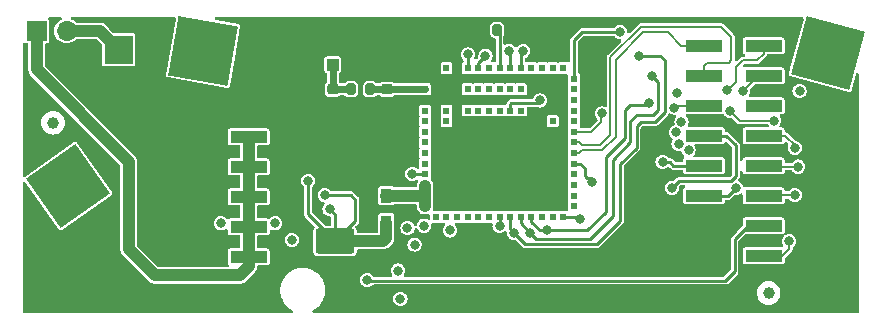
<source format=gbr>
%TF.GenerationSoftware,KiCad,Pcbnew,8.0.5*%
%TF.CreationDate,2024-09-13T15:02:39+03:00*%
%TF.ProjectId,LEXI-R422,4c455849-2d52-4343-9232-2e6b69636164,rev?*%
%TF.SameCoordinates,Original*%
%TF.FileFunction,Copper,L4,Bot*%
%TF.FilePolarity,Positive*%
%FSLAX46Y46*%
G04 Gerber Fmt 4.6, Leading zero omitted, Abs format (unit mm)*
G04 Created by KiCad (PCBNEW 8.0.5) date 2024-09-13 15:02:39*
%MOMM*%
%LPD*%
G01*
G04 APERTURE LIST*
G04 Aperture macros list*
%AMRoundRect*
0 Rectangle with rounded corners*
0 $1 Rounding radius*
0 $2 $3 $4 $5 $6 $7 $8 $9 X,Y pos of 4 corners*
0 Add a 4 corners polygon primitive as box body*
4,1,4,$2,$3,$4,$5,$6,$7,$8,$9,$2,$3,0*
0 Add four circle primitives for the rounded corners*
1,1,$1+$1,$2,$3*
1,1,$1+$1,$4,$5*
1,1,$1+$1,$6,$7*
1,1,$1+$1,$8,$9*
0 Add four rect primitives between the rounded corners*
20,1,$1+$1,$2,$3,$4,$5,0*
20,1,$1+$1,$4,$5,$6,$7,0*
20,1,$1+$1,$6,$7,$8,$9,0*
20,1,$1+$1,$8,$9,$2,$3,0*%
%AMRotRect*
0 Rectangle, with rotation*
0 The origin of the aperture is its center*
0 $1 length*
0 $2 width*
0 $3 Rotation angle, in degrees counterclockwise*
0 Add horizontal line*
21,1,$1,$2,0,0,$3*%
G04 Aperture macros list end*
%TA.AperFunction,ComponentPad*%
%ADD10C,0.600000*%
%TD*%
%TA.AperFunction,SMDPad,CuDef*%
%ADD11R,0.900000X1.600000*%
%TD*%
%TA.AperFunction,ComponentPad*%
%ADD12R,2.400000X2.400000*%
%TD*%
%TA.AperFunction,ComponentPad*%
%ADD13C,2.400000*%
%TD*%
%TA.AperFunction,ComponentPad*%
%ADD14R,1.700000X1.700000*%
%TD*%
%TA.AperFunction,ComponentPad*%
%ADD15O,1.700000X1.700000*%
%TD*%
%TA.AperFunction,SMDPad,CuDef*%
%ADD16RoundRect,0.250001X1.399999X-0.837499X1.399999X0.837499X-1.399999X0.837499X-1.399999X-0.837499X0*%
%TD*%
%TA.AperFunction,SMDPad,CuDef*%
%ADD17R,1.000000X1.000000*%
%TD*%
%TA.AperFunction,SMDPad,CuDef*%
%ADD18R,1.050000X2.200000*%
%TD*%
%TA.AperFunction,SMDPad,CuDef*%
%ADD19R,3.150000X1.000000*%
%TD*%
%TA.AperFunction,SMDPad,CuDef*%
%ADD20R,0.600000X0.600000*%
%TD*%
%TA.AperFunction,SMDPad,CuDef*%
%ADD21RotRect,5.100000X5.100000X170.000000*%
%TD*%
%TA.AperFunction,SMDPad,CuDef*%
%ADD22C,1.000000*%
%TD*%
%TA.AperFunction,SMDPad,CuDef*%
%ADD23RoundRect,0.200000X-0.200000X-0.275000X0.200000X-0.275000X0.200000X0.275000X-0.200000X0.275000X0*%
%TD*%
%TA.AperFunction,SMDPad,CuDef*%
%ADD24R,0.950000X1.200000*%
%TD*%
%TA.AperFunction,SMDPad,CuDef*%
%ADD25RoundRect,0.225000X-0.250000X0.225000X-0.250000X-0.225000X0.250000X-0.225000X0.250000X0.225000X0*%
%TD*%
%TA.AperFunction,SMDPad,CuDef*%
%ADD26RotRect,5.100000X5.100000X165.000000*%
%TD*%
%TA.AperFunction,SMDPad,CuDef*%
%ADD27RotRect,5.100000X5.100000X125.000000*%
%TD*%
%TA.AperFunction,ViaPad*%
%ADD28C,0.400000*%
%TD*%
%TA.AperFunction,ViaPad*%
%ADD29C,0.800000*%
%TD*%
%TA.AperFunction,Conductor*%
%ADD30C,0.250000*%
%TD*%
%TA.AperFunction,Conductor*%
%ADD31C,1.000000*%
%TD*%
%TA.AperFunction,Conductor*%
%ADD32C,0.200000*%
%TD*%
%TA.AperFunction,Conductor*%
%ADD33C,0.625000*%
%TD*%
G04 APERTURE END LIST*
D10*
%TO.P,U1,9,PAD*%
%TO.N,GND*%
X26450000Y6650000D03*
D11*
X26450000Y6150000D03*
D10*
X26450000Y5650000D03*
%TD*%
D12*
%TO.P,BT1,1,+*%
%TO.N,/+3V6d*%
X11750000Y19500000D03*
D13*
%TO.P,BT1,2,-*%
%TO.N,GND*%
X11750000Y-1500000D03*
%TO.P,BT1,3,-*%
X15500000Y-1500000D03*
%TO.P,BT1,4,-*%
X8000000Y-1500000D03*
%TD*%
D14*
%TO.P,J1,1,Pin_1*%
%TO.N,/+3V6*%
X4800000Y21100000D03*
D15*
%TO.P,J1,2,Pin_2*%
%TO.N,/+3V6d*%
X7340000Y21100000D03*
%TD*%
D16*
%TO.P,C5,1*%
%TO.N,/VBAT*%
X30060000Y3292500D03*
%TO.P,C5,2*%
%TO.N,GND*%
X30060000Y9667500D03*
%TD*%
D17*
%TO.P,J12,1,Pin_1*%
%TO.N,/RF_OUT1*%
X29875000Y18235800D03*
D18*
%TO.P,J12,2,Pin_2*%
%TO.N,GND*%
X31350000Y19735800D03*
D17*
X29875000Y21235800D03*
D18*
X28400000Y19735800D03*
%TD*%
D19*
%TO.P,J3,1,Pin_1*%
%TO.N,/uDTR*%
X66350000Y19840000D03*
%TO.P,J3,2,Pin_2*%
%TO.N,/uDCD*%
X66350000Y17300000D03*
%TO.P,J3,3,Pin_3*%
%TO.N,unconnected-(J3-Pin_3-Pad3)*%
X66350000Y14760000D03*
%TO.P,J3,4,Pin_4*%
%TO.N,/uPWRKEY*%
X66350000Y12220000D03*
%TO.P,J3,5,Pin_5*%
%TO.N,/TxD*%
X66350000Y9680000D03*
%TO.P,J3,6,Pin_6*%
%TO.N,/RxD*%
X66350000Y7140000D03*
%TO.P,J3,7,Pin_7*%
%TO.N,/Alim*%
X66350000Y4600000D03*
%TO.P,J3,8,Pin_8*%
%TO.N,/+3V3_UC*%
X66350000Y2060000D03*
%TO.P,J3,9,Pin_9*%
%TO.N,/D-*%
X61300000Y19840000D03*
%TO.P,J3,10,Pin_10*%
%TO.N,/D+*%
X61300000Y17300000D03*
%TO.P,J3,11,Pin_11*%
%TO.N,/Vbus*%
X61300000Y14760000D03*
%TO.P,J3,12,Pin_12*%
%TO.N,/U5V*%
X61300000Y12220000D03*
%TO.P,J3,13,Pin_13*%
%TO.N,/P99*%
X61300000Y9680000D03*
%TO.P,J3,14,Pin_14*%
%TO.N,/VDD_EXT*%
X61300000Y7140000D03*
%TO.P,J3,15,Pin_15*%
%TO.N,GND*%
X61300000Y4600000D03*
%TO.P,J3,16,Pin_16*%
X61300000Y2060000D03*
%TD*%
D20*
%TO.P,M1,A2,GND*%
%TO.N,GND*%
X37700000Y17050000D03*
%TO.P,M1,A3,ANT*%
%TO.N,/RF_OUT*%
X37700000Y16150000D03*
%TO.P,M1,A4,GND*%
%TO.N,GND*%
X37700000Y15250000D03*
%TO.P,M1,A5,ANT_DET*%
%TO.N,unconnected-(M1A-ANT_DET-PadA5)*%
X37700000Y14350000D03*
%TO.P,M1,A6,RSVD*%
%TO.N,unconnected-(M1A-RSVD-PadA6)*%
X37700000Y13450000D03*
%TO.P,M1,A7,RSVD*%
%TO.N,unconnected-(M1A-RSVD-PadA7)*%
X37700000Y12550000D03*
%TO.P,M1,A8,RSVD*%
%TO.N,unconnected-(M1A-RSVD-PadA8)*%
X37700000Y11650000D03*
%TO.P,M1,A9,RFCTRL1*%
%TO.N,unconnected-(M1A-RFCTRL1-PadA9)*%
X37700000Y10750000D03*
%TO.P,M1,A10,RFCTRL2*%
%TO.N,unconnected-(M1A-RFCTRL2-PadA10)*%
X37700000Y9850000D03*
%TO.P,M1,A11,V_INT*%
%TO.N,/VDD_EXT*%
X37700000Y8950000D03*
%TO.P,M1,A12,VCC*%
%TO.N,/VBAT_F*%
X37700000Y8050000D03*
%TO.P,M1,A13,VCC*%
X37700000Y7150000D03*
%TO.P,M1,A14,VCC*%
X37700000Y6250000D03*
%TO.P,M1,B1,GND*%
%TO.N,GND*%
X38600000Y17950000D03*
%TO.P,M1,B15,RSVD*%
%TO.N,unconnected-(M1A-RSVD-PadB15)*%
X38600000Y5350000D03*
%TO.P,M1,C1,RSVD*%
%TO.N,unconnected-(M1A-RSVD-PadC1)*%
X39500000Y17950000D03*
%TO.P,M1,C3,GND*%
%TO.N,GND*%
X39500000Y16150000D03*
%TO.P,M1,C5,RSVD*%
%TO.N,unconnected-(M1B-RSVD-PadC5)*%
X39500000Y14350000D03*
%TO.P,M1,C6,RSVD*%
%TO.N,unconnected-(M1B-RSVD-PadC6)*%
X39500000Y13450000D03*
%TO.P,M1,C7,GND*%
%TO.N,GND*%
X39500000Y12550000D03*
%TO.P,M1,C8,GND*%
X39500000Y11650000D03*
%TO.P,M1,C9,GND*%
X39500000Y10750000D03*
%TO.P,M1,C10,GND*%
X39500000Y9850000D03*
%TO.P,M1,C11,GND*%
X39500000Y8950000D03*
%TO.P,M1,C13,GND*%
X39500000Y7150000D03*
%TO.P,M1,C15,RSVD*%
%TO.N,unconnected-(M1A-RSVD-PadC15)*%
X39500000Y5350000D03*
%TO.P,M1,D1,GND*%
%TO.N,GND*%
X40400000Y17950000D03*
%TO.P,M1,D15,RSVD*%
%TO.N,unconnected-(M1A-RSVD-PadD15)*%
X40400000Y5350000D03*
%TO.P,M1,E1,RXD*%
%TO.N,/RXD*%
X41300000Y17950000D03*
%TO.P,M1,E3,RSVD*%
%TO.N,unconnected-(M1B-RSVD-PadE3)*%
X41300000Y16150000D03*
%TO.P,M1,E5,RSVD*%
%TO.N,unconnected-(M1B-RSVD-PadE5)*%
X41300000Y14350000D03*
%TO.P,M1,E6,GND*%
%TO.N,GND*%
X41300000Y13450000D03*
%TO.P,M1,E7,GND*%
X41300000Y12550000D03*
%TO.P,M1,E8,GND*%
X41300000Y11650000D03*
%TO.P,M1,E9,GND*%
X41300000Y10750000D03*
%TO.P,M1,E10,GND*%
X41300000Y9850000D03*
%TO.P,M1,E11,GND*%
X41300000Y8950000D03*
%TO.P,M1,E13,GND*%
X41300000Y7150000D03*
%TO.P,M1,E15,RSVD*%
%TO.N,unconnected-(M1A-RSVD-PadE15)*%
X41300000Y5350000D03*
%TO.P,M1,F1,TXD*%
%TO.N,/TXD*%
X42200000Y17950000D03*
%TO.P,M1,F3,RSVD*%
%TO.N,unconnected-(M1B-RSVD-PadF3)*%
X42200000Y16150000D03*
%TO.P,M1,F5,RSVD*%
%TO.N,unconnected-(M1B-RSVD-PadF5)*%
X42200000Y14350000D03*
%TO.P,M1,F6,GND*%
%TO.N,GND*%
X42200000Y13450000D03*
%TO.P,M1,F7,GND*%
X42200000Y12550000D03*
%TO.P,M1,F8,GND*%
X42200000Y11650000D03*
%TO.P,M1,F9,GND*%
X42200000Y10750000D03*
%TO.P,M1,F10,GND*%
X42200000Y9850000D03*
%TO.P,M1,F11,GND*%
X42200000Y8950000D03*
%TO.P,M1,F13,GND*%
X42200000Y7150000D03*
%TO.P,M1,F15,RSVD*%
%TO.N,unconnected-(M1A-RSVD-PadF15)*%
X42200000Y5350000D03*
%TO.P,M1,G1,CTS*%
%TO.N,unconnected-(M1A-CTS-PadG1)*%
X43100000Y17950000D03*
%TO.P,M1,G3,RSVD*%
%TO.N,unconnected-(M1B-RSVD-PadG3)*%
X43100000Y16150000D03*
%TO.P,M1,G5,RSVD*%
%TO.N,unconnected-(M1B-RSVD-PadG5)*%
X43100000Y14350000D03*
%TO.P,M1,G6,GND*%
%TO.N,GND*%
X43100000Y13450000D03*
%TO.P,M1,G7,GND*%
X43100000Y12550000D03*
%TO.P,M1,G8,GND*%
X43100000Y11650000D03*
%TO.P,M1,G9,GND*%
X43100000Y10750000D03*
%TO.P,M1,G10,GND*%
X43100000Y9850000D03*
%TO.P,M1,G11,GND*%
X43100000Y8950000D03*
%TO.P,M1,G13,GND*%
X43100000Y7150000D03*
%TO.P,M1,G15,RSVD*%
%TO.N,unconnected-(M1A-RSVD-PadG15)*%
X43100000Y5350000D03*
%TO.P,M1,H1,RTS*%
%TO.N,Net-(M1A-RTS)*%
X44000000Y17950000D03*
%TO.P,M1,H3,RSVD*%
%TO.N,unconnected-(M1B-RSVD-PadH3)*%
X44000000Y16150000D03*
%TO.P,M1,H5,RSVD*%
%TO.N,unconnected-(M1B-RSVD-PadH5)*%
X44000000Y14350000D03*
%TO.P,M1,H6,GND*%
%TO.N,GND*%
X44000000Y13450000D03*
%TO.P,M1,H7,GND*%
X44000000Y12550000D03*
%TO.P,M1,H8,GND*%
X44000000Y11650000D03*
%TO.P,M1,H9,GND*%
X44000000Y10750000D03*
%TO.P,M1,H10,GND*%
X44000000Y9850000D03*
%TO.P,M1,H11,GND*%
X44000000Y8950000D03*
%TO.P,M1,H13,GND*%
X44000000Y7150000D03*
%TO.P,M1,H15,VSIM*%
%TO.N,/uVDD*%
X44000000Y5350000D03*
%TO.P,M1,J1,DCD*%
%TO.N,/DCD*%
X44900000Y17950000D03*
%TO.P,M1,J3,RSVD*%
%TO.N,unconnected-(M1B-RSVD-PadJ3)*%
X44900000Y16150000D03*
%TO.P,M1,J5,RSVD*%
%TO.N,/P99*%
X44900000Y14350000D03*
%TO.P,M1,J6,GND*%
%TO.N,GND*%
X44900000Y13450000D03*
%TO.P,M1,J7,GND*%
X44900000Y12550000D03*
%TO.P,M1,J8,GND*%
X44900000Y11650000D03*
%TO.P,M1,J9,GND*%
X44900000Y10750000D03*
%TO.P,M1,J10,GND*%
X44900000Y9850000D03*
%TO.P,M1,J11,GND*%
X44900000Y8950000D03*
%TO.P,M1,J13,GND*%
X44900000Y7150000D03*
%TO.P,M1,J15,SIM_IO*%
%TO.N,/uData*%
X44900000Y5350000D03*
%TO.P,M1,K1,DTR*%
%TO.N,/DTR*%
X45800000Y17950000D03*
%TO.P,M1,K3,RSVD*%
%TO.N,unconnected-(M1B-RSVD-PadK3)*%
X45800000Y16150000D03*
%TO.P,M1,K5,RSVD*%
%TO.N,unconnected-(M1B-RSVD-PadK5)*%
X45800000Y14350000D03*
%TO.P,M1,K6,GND*%
%TO.N,GND*%
X45800000Y13450000D03*
%TO.P,M1,K7,GND*%
X45800000Y12550000D03*
%TO.P,M1,K8,GND*%
X45800000Y11650000D03*
%TO.P,M1,K9,GND*%
X45800000Y10750000D03*
%TO.P,M1,K10,GND*%
X45800000Y9850000D03*
%TO.P,M1,K11,GND*%
X45800000Y8950000D03*
%TO.P,M1,K13,GND*%
X45800000Y7150000D03*
%TO.P,M1,K15,SIM_CLK*%
%TO.N,/uCLK*%
X45800000Y5350000D03*
%TO.P,M1,L1,RI*%
%TO.N,unconnected-(M1A-RI-PadL1)*%
X46700000Y17950000D03*
%TO.P,M1,L3,GND*%
%TO.N,GND*%
X46700000Y16150000D03*
%TO.P,M1,L5,GND*%
X46700000Y14350000D03*
%TO.P,M1,L6,GND*%
X46700000Y13450000D03*
%TO.P,M1,L7,GND*%
X46700000Y12550000D03*
%TO.P,M1,L8,GND*%
X46700000Y11650000D03*
%TO.P,M1,L9,GND*%
X46700000Y10750000D03*
%TO.P,M1,L10,GND*%
X46700000Y9850000D03*
%TO.P,M1,L11,GND*%
X46700000Y8950000D03*
%TO.P,M1,L13,GND*%
X46700000Y7150000D03*
%TO.P,M1,L15,SIM_RST*%
%TO.N,/uRST*%
X46700000Y5350000D03*
%TO.P,M1,M1,DSR*%
%TO.N,unconnected-(M1A-DSR-PadM1)*%
X47600000Y17950000D03*
%TO.P,M1,M15,GPIO6*%
%TO.N,unconnected-(M1A-GPIO6-PadM15)*%
X47600000Y5350000D03*
%TO.P,M1,N1,SCL*%
%TO.N,unconnected-(M1A-SCL-PadN1)*%
X48500000Y17950000D03*
%TO.P,M1,N3,GND*%
%TO.N,GND*%
X48500000Y16150000D03*
%TO.P,M1,N5,GND*%
X48500000Y14350000D03*
%TO.P,M1,N6*%
%TO.N,N/C*%
X48500000Y13450000D03*
%TO.P,M1,N7,GND*%
%TO.N,GND*%
X48500000Y12550000D03*
%TO.P,M1,N8,GND*%
X48500000Y11650000D03*
%TO.P,M1,N9,GND*%
X48500000Y10750000D03*
%TO.P,M1,N10,GND*%
X48500000Y9850000D03*
%TO.P,M1,N11,GND*%
X48500000Y8950000D03*
%TO.P,M1,N13,GND*%
X48500000Y7150000D03*
%TO.P,M1,N15,RSVD*%
%TO.N,unconnected-(M1A-RSVD-PadN15)*%
X48500000Y5350000D03*
%TO.P,M1,P1,SDA*%
%TO.N,unconnected-(M1A-SDA-PadP1)*%
X49400000Y17950000D03*
%TO.P,M1,P15,PWR_CTRL*%
%TO.N,/PWRKEY*%
X49400000Y5350000D03*
%TO.P,M1,R2,GPIO1*%
%TO.N,/Network*%
X50300000Y17050000D03*
%TO.P,M1,R3,GPIO2*%
%TO.N,unconnected-(M1A-GPIO2-PadR3)*%
X50300000Y16150000D03*
%TO.P,M1,R4,GPIO3*%
%TO.N,unconnected-(M1A-GPIO3-PadR4)*%
X50300000Y15250000D03*
%TO.P,M1,R5,GPIO4*%
%TO.N,unconnected-(M1A-GPIO4-PadR5)*%
X50300000Y14350000D03*
%TO.P,M1,R6,GPIO5*%
%TO.N,unconnected-(M1A-GPIO5-PadR6)*%
X50300000Y13450000D03*
%TO.P,M1,R7,USB_3V3*%
%TO.N,/Vbus*%
X50300000Y12550000D03*
%TO.P,M1,R8,USB_D-*%
%TO.N,/D+*%
X50300000Y11650000D03*
%TO.P,M1,R9,USB_D+*%
%TO.N,/D-*%
X50300000Y10750000D03*
%TO.P,M1,R10,USB_5V0*%
%TO.N,/U5V*%
X50300000Y9850000D03*
%TO.P,M1,R11,RSVD*%
%TO.N,unconnected-(M1A-RSVD-PadR11)*%
X50300000Y8950000D03*
%TO.P,M1,R12,RSVD*%
%TO.N,unconnected-(M1A-RSVD-PadR12)*%
X50300000Y8050000D03*
%TO.P,M1,R13,RSVD*%
%TO.N,unconnected-(M1A-RSVD-PadR13)*%
X50300000Y7150000D03*
%TO.P,M1,R14,RSVD*%
%TO.N,unconnected-(M1A-RSVD-PadR14)*%
X50300000Y6250000D03*
%TD*%
D21*
%TO.P,J5,1,Pin_1*%
%TO.N,unconnected-(J5-Pin_1-Pad1)*%
X18897600Y19431000D03*
%TD*%
D22*
%TO.P,FID2,*%
%TO.N,*%
X66776600Y-1092200D03*
%TD*%
D23*
%TO.P,R4,1*%
%TO.N,/RF_OUT1*%
X31400000Y16150000D03*
%TO.P,R4,2*%
%TO.N,/RF_OUT*%
X33050000Y16150000D03*
%TD*%
%TO.P,R1,1*%
%TO.N,GND*%
X42150000Y21200000D03*
%TO.P,R1,2*%
%TO.N,Net-(M1A-RTS)*%
X43800000Y21200000D03*
%TD*%
D24*
%TO.P,FB1,1*%
%TO.N,/VBAT_F*%
X34400000Y7150000D03*
%TO.P,FB1,2*%
%TO.N,/VBAT*%
X34400000Y4850000D03*
%TD*%
D19*
%TO.P,J2,1,Pin_1*%
%TO.N,GND*%
X17700000Y1970000D03*
%TO.P,J2,2,Pin_2*%
X17700000Y4510000D03*
%TO.P,J2,3,Pin_3*%
X17700000Y7050000D03*
%TO.P,J2,4,Pin_4*%
X17700000Y9590000D03*
%TO.P,J2,5,Pin_5*%
X17700000Y12130000D03*
%TO.P,J2,6,Pin_6*%
%TO.N,/+3V6*%
X22750000Y1970000D03*
%TO.P,J2,7,Pin_7*%
X22750000Y4510000D03*
%TO.P,J2,8,Pin_8*%
X22750000Y7050000D03*
%TO.P,J2,9,Pin_9*%
X22750000Y9590000D03*
%TO.P,J2,10,Pin_10*%
X22750000Y12130000D03*
%TD*%
D25*
%TO.P,C13,1*%
%TO.N,/RF_OUT1*%
X29875000Y16150000D03*
%TO.P,C13,2*%
%TO.N,GND*%
X29875000Y14600000D03*
%TD*%
D26*
%TO.P,J6,1,Pin_1*%
%TO.N,unconnected-(J6-Pin_1-Pad1)*%
X71805800Y19227800D03*
%TD*%
D27*
%TO.P,J4,1,Pin_1*%
%TO.N,unconnected-(J4-Pin_1-Pad1)*%
X7467600Y7950200D03*
%TD*%
D22*
%TO.P,FID3,*%
%TO.N,*%
X6197600Y13309600D03*
%TD*%
D25*
%TO.P,C14,1*%
%TO.N,/RF_OUT*%
X34500000Y16150000D03*
%TO.P,C14,2*%
%TO.N,GND*%
X34500000Y14600000D03*
%TD*%
D28*
%TO.N,GND*%
X22833000Y15636343D03*
X72333000Y9636343D03*
X13833000Y17136343D03*
X70833000Y-863657D03*
X15333000Y20136343D03*
X21333000Y15636343D03*
X10833000Y5136343D03*
X72333000Y6636343D03*
X72333000Y3636343D03*
X22833000Y17136343D03*
X35400000Y15200000D03*
X24333000Y18636343D03*
X25833000Y21636343D03*
X32400000Y15000000D03*
X15333000Y5136343D03*
X34833000Y12636343D03*
X36333000Y11136343D03*
X57333000Y-2363657D03*
X55833000Y-2363657D03*
X18333000Y-2363657D03*
X73833000Y-863657D03*
X15333000Y9636343D03*
X10833000Y636343D03*
X27333000Y21636343D03*
X15333000Y8136343D03*
X36333000Y18636343D03*
X25833000Y9636343D03*
X13833000Y21636343D03*
X29000000Y17400000D03*
X73833000Y6636343D03*
X21333000Y-2363657D03*
X73833000Y5136343D03*
X18333000Y-863657D03*
X13833000Y20136343D03*
X4833000Y12636343D03*
X69333000Y636343D03*
X73833000Y3636343D03*
X4833000Y636343D03*
X25833000Y17136343D03*
X36333000Y21636343D03*
X60333000Y-2363657D03*
X34833000Y11136343D03*
X36333000Y20136343D03*
X27333000Y11136343D03*
X4833000Y2136343D03*
X7833000Y636343D03*
X58833000Y-2363657D03*
X70833000Y2136343D03*
X25833000Y18636343D03*
X15333000Y11136343D03*
X9333000Y17136343D03*
X30333000Y12636343D03*
X4833000Y-863657D03*
X73833000Y2136343D03*
X28800000Y18000000D03*
X31800000Y15000000D03*
X49833000Y2136343D03*
X37833000Y21636343D03*
X15333000Y12636343D03*
X27333000Y14136343D03*
X63333000Y-2363657D03*
X72333000Y11136343D03*
D29*
X18135600Y16179800D03*
D28*
X45333000Y-2363657D03*
X12333000Y21636343D03*
X9333000Y636343D03*
X13833000Y14136343D03*
X49833000Y-2363657D03*
X15333000Y18636343D03*
X32400000Y17200000D03*
X30333000Y636343D03*
X4833000Y3636343D03*
X24333000Y20136343D03*
X73833000Y11136343D03*
X73833000Y9636343D03*
X30600000Y17000000D03*
X24333000Y636343D03*
X48333000Y-2363657D03*
X51333000Y18636343D03*
X33333000Y12636343D03*
X39333000Y20136343D03*
X13833000Y18636343D03*
X7833000Y18636343D03*
X24333000Y-2363657D03*
X25833000Y20136343D03*
X33000000Y15000000D03*
X31833000Y12636343D03*
X21333000Y14136343D03*
X40833000Y-2363657D03*
X43833000Y-2363657D03*
X72333000Y636343D03*
X61833000Y-2363657D03*
X33333000Y18636343D03*
X33333000Y11136343D03*
X58833000Y2136343D03*
X45333000Y21636343D03*
X24333000Y21636343D03*
X28833000Y12636343D03*
X15333000Y14136343D03*
X37833000Y20136343D03*
X24333000Y14136343D03*
X55833000Y6636343D03*
X39333000Y21636343D03*
X72333000Y14136343D03*
X30333000Y-863657D03*
X46833000Y-2363657D03*
X9333000Y18636343D03*
X72333000Y2136343D03*
X58833000Y3636343D03*
X33333000Y-2363657D03*
X46833000Y21636343D03*
X69333000Y-2363657D03*
X13833000Y9636343D03*
X73833000Y12636343D03*
X13833000Y11136343D03*
X25833000Y12636343D03*
X27333000Y15636343D03*
X7833000Y2136343D03*
X36000000Y15200000D03*
D29*
X22707600Y21285200D03*
D28*
X15333000Y3636343D03*
X24333000Y17136343D03*
X31833000Y21636343D03*
X31200000Y15000000D03*
X55833000Y2136343D03*
X4833000Y5136343D03*
X51333000Y17136343D03*
X19833000Y14136343D03*
X67833000Y-2363657D03*
X4833000Y-2363657D03*
X39333000Y2136343D03*
X22833000Y-863657D03*
X16833000Y14136343D03*
X51333000Y15636343D03*
X7833000Y3636343D03*
X24333000Y-863657D03*
X52833000Y-2363657D03*
X72333000Y8136343D03*
X72333000Y-2363657D03*
X28800000Y15600000D03*
X18333000Y14136343D03*
X64833000Y-2363657D03*
X48333000Y20136343D03*
X25833000Y14136343D03*
X22833000Y14136343D03*
X31800000Y17200000D03*
X39333000Y-2363657D03*
X33333000Y21636343D03*
X4833000Y11136343D03*
X69333000Y-863657D03*
X42333000Y-2363657D03*
X33333000Y9636343D03*
X13833000Y12636343D03*
X31200000Y17200000D03*
X15333000Y21636343D03*
X25833000Y11136343D03*
X19833000Y-863657D03*
X48333000Y21636343D03*
X21333000Y-863657D03*
X34833000Y20136343D03*
X54333000Y-2363657D03*
X58833000Y5136343D03*
X13833000Y15636343D03*
X36333000Y12636343D03*
X37833000Y-2363657D03*
X70833000Y-2363657D03*
X6333000Y636343D03*
X19833000Y15636343D03*
X31833000Y-2363657D03*
X28800000Y16800000D03*
X27333000Y12636343D03*
X67833000Y636343D03*
X34800000Y17200000D03*
X30800000Y18200000D03*
X64833000Y-863657D03*
X34833000Y18636343D03*
X19833000Y-2363657D03*
X36600000Y17000000D03*
X36000000Y17000000D03*
X57333000Y2136343D03*
X10833000Y3636343D03*
X30333000Y-2363657D03*
X22833000Y-2363657D03*
X13833000Y5136343D03*
X73833000Y8136343D03*
X33000000Y17200000D03*
X27333000Y17136343D03*
X22833000Y18636343D03*
X4833000Y14136343D03*
X33600000Y15000000D03*
X70833000Y636343D03*
X9333000Y2136343D03*
X66333000Y-2363657D03*
X35400000Y17000000D03*
X25833000Y15636343D03*
X73833000Y-2363657D03*
X72333000Y12636343D03*
X9333000Y3636343D03*
X30800000Y17600000D03*
X40833000Y2136343D03*
X33333000Y20136343D03*
X34833000Y21636343D03*
X33600000Y17200000D03*
X72333000Y-863657D03*
X34200000Y17200000D03*
X73833000Y636343D03*
X28800000Y16200000D03*
X64833000Y21636343D03*
X36600000Y15200000D03*
X24333000Y15636343D03*
X10833000Y2136343D03*
X42333000Y3636343D03*
X73833000Y14136343D03*
X34833000Y9636343D03*
X15333000Y15636343D03*
X51333000Y-2363657D03*
D29*
%TO.N,/uRST*%
X56675000Y15000000D03*
X48000000Y4200000D03*
%TO.N,/uCLK*%
X46600000Y4000000D03*
X56920000Y17280000D03*
%TO.N,/uData*%
X45200000Y4000000D03*
X55800000Y19000000D03*
%TO.N,/uVDD*%
X44000000Y4600000D03*
%TO.N,/VBAT*%
X29200000Y7200000D03*
X36200000Y4400000D03*
X69400000Y16000000D03*
X39800000Y4200000D03*
X35400000Y800000D03*
X37600000Y4600000D03*
X35600000Y-1600000D03*
X36800000Y3000000D03*
X29600000Y6000000D03*
X27800000Y8400000D03*
%TO.N,/uPWRKEY*%
X69000000Y11200000D03*
%TO.N,/uDTR*%
X63275000Y16125000D03*
%TO.N,/TxD*%
X69275000Y9600000D03*
%TO.N,/RxD*%
X69000000Y7200000D03*
%TO.N,/uDCD*%
X64625000Y16025000D03*
%TO.N,/RXD*%
X59148889Y11524985D03*
X41300000Y19100000D03*
%TO.N,/TXD*%
X60000000Y11000000D03*
X42800000Y19000000D03*
%TO.N,/VDD_EXT*%
X64002158Y7796763D03*
X36600000Y9000000D03*
X59000000Y15800000D03*
%TO.N,/DTR*%
X46000000Y19400000D03*
X59400000Y13400000D03*
%TO.N,/DCD*%
X58952785Y12505571D03*
X44800000Y19400000D03*
%TO.N,/PWRKEY*%
X50800000Y5200000D03*
%TO.N,/Alim*%
X32800000Y0D03*
X26400000Y3400000D03*
%TO.N,/+3V6d*%
X25000000Y4800000D03*
X20400000Y4800000D03*
%TO.N,/+3V3_UC*%
X68500000Y3275000D03*
X67250000Y13500000D03*
X63525000Y14300000D03*
%TO.N,/Vbus*%
X58800000Y14600000D03*
X52675000Y14100000D03*
%TO.N,/U5V*%
X58600000Y7800000D03*
X51800000Y8275000D03*
%TO.N,/P99*%
X47400000Y15200000D03*
X57800000Y10000000D03*
%TO.N,/Network*%
X54200000Y21000000D03*
%TD*%
D30*
%TO.N,/uRST*%
X47425305Y4200000D02*
X48000000Y4200000D01*
X46700000Y5350000D02*
X46700000Y4925305D01*
X53000000Y10400000D02*
X54600000Y12000000D01*
X55000000Y14800000D02*
X56475000Y14800000D01*
X53000000Y5800000D02*
X53000000Y10400000D01*
X56475000Y14800000D02*
X56675000Y15000000D01*
X54600000Y12000000D02*
X54600000Y14400000D01*
X48000000Y4200000D02*
X51400000Y4200000D01*
X51400000Y4200000D02*
X53000000Y5800000D01*
X46700000Y4925305D02*
X47425305Y4200000D01*
X54600000Y14400000D02*
X55000000Y14800000D01*
%TO.N,/uCLK*%
X53600000Y10200000D02*
X55050000Y11650000D01*
X45800000Y4800000D02*
X46600000Y4000000D01*
X57400000Y16800000D02*
X56920000Y17280000D01*
X57400000Y14400000D02*
X57400000Y16800000D01*
X55050000Y13450000D02*
X55600000Y14000000D01*
X46600000Y4000000D02*
X47125000Y3475000D01*
X45800000Y5350000D02*
X45800000Y4800000D01*
X47125000Y3475000D02*
X51675000Y3475000D01*
X55050000Y11650000D02*
X55050000Y13450000D01*
X57000000Y14000000D02*
X57400000Y14400000D01*
X51675000Y3475000D02*
X53600000Y5400000D01*
X53600000Y5400000D02*
X53600000Y10200000D01*
X55600000Y14000000D02*
X57000000Y14000000D01*
%TO.N,/uData*%
X54200000Y5000000D02*
X54200000Y9800000D01*
X57600000Y19000000D02*
X55800000Y19000000D01*
X58000000Y18600000D02*
X57600000Y19000000D01*
X52225000Y3025000D02*
X54200000Y5000000D01*
X55600000Y11200000D02*
X55600000Y13000000D01*
X56000000Y13400000D02*
X57200000Y13400000D01*
X44900000Y5350000D02*
X44900000Y4300000D01*
X58000000Y14200000D02*
X58000000Y18600000D01*
X46175000Y3025000D02*
X52225000Y3025000D01*
X57200000Y13400000D02*
X58000000Y14200000D01*
X45200000Y4000000D02*
X46175000Y3025000D01*
X54200000Y9800000D02*
X55600000Y11200000D01*
X55600000Y13000000D02*
X56000000Y13400000D01*
X44900000Y4300000D02*
X45200000Y4000000D01*
%TO.N,/uVDD*%
X44000000Y5350000D02*
X44000000Y4600000D01*
%TO.N,/VBAT*%
X29200000Y7200000D02*
X31400000Y7200000D01*
X31400000Y7200000D02*
X31800000Y6800000D01*
X31800000Y5032500D02*
X30060000Y3292500D01*
D31*
X34092500Y3292500D02*
X30060000Y3292500D01*
D30*
X27800000Y8400000D02*
X27800000Y5552500D01*
D31*
X34400000Y4850000D02*
X34400000Y3600000D01*
D30*
X30060000Y5540000D02*
X30060000Y3292500D01*
X27800000Y5552500D02*
X30060000Y3292500D01*
X29600000Y6000000D02*
X30060000Y5540000D01*
D31*
X34400000Y3600000D02*
X34092500Y3292500D01*
D30*
X31800000Y6800000D02*
X31800000Y5032500D01*
D32*
%TO.N,/uPWRKEY*%
X68170000Y12220000D02*
X66350000Y12220000D01*
X69000000Y11200000D02*
X69000000Y11390000D01*
X69000000Y11390000D02*
X68170000Y12220000D01*
D31*
%TO.N,/+3V6*%
X4800000Y21100000D02*
X4800000Y17831400D01*
X12600000Y10031400D02*
X12600000Y2600000D01*
X22750000Y1150000D02*
X22750000Y1970000D01*
X22750000Y2005000D02*
X22750000Y12130000D01*
X14800000Y400000D02*
X22000000Y400000D01*
X12600000Y2600000D02*
X14800000Y400000D01*
X22000000Y400000D02*
X22750000Y1150000D01*
X4800000Y17831400D02*
X12600000Y10031400D01*
D32*
%TO.N,/uDTR*%
X63325000Y16125000D02*
X64000000Y16800000D01*
X64000000Y18000000D02*
X64600000Y18600000D01*
X64600000Y18600000D02*
X65800000Y18600000D01*
X64000000Y16800000D02*
X64000000Y18000000D01*
X65800000Y18600000D02*
X66350000Y19150000D01*
X63275000Y16125000D02*
X63325000Y16125000D01*
X66350000Y19150000D02*
X66350000Y19840000D01*
%TO.N,/TxD*%
X66430000Y9600000D02*
X66350000Y9680000D01*
X69275000Y9600000D02*
X66430000Y9600000D01*
%TO.N,/RxD*%
X69000000Y7200000D02*
X66410000Y7200000D01*
X66410000Y7200000D02*
X66350000Y7140000D01*
%TO.N,/uDCD*%
X65900000Y17300000D02*
X66350000Y17300000D01*
X64625000Y16025000D02*
X65900000Y17300000D01*
D33*
%TO.N,/RF_OUT*%
X34500000Y16150000D02*
X33050000Y16150000D01*
X34500000Y16150000D02*
X37700000Y16150000D01*
D30*
%TO.N,/RXD*%
X41300000Y17950000D02*
X41300000Y19100000D01*
%TO.N,/TXD*%
X42200000Y18400000D02*
X42800000Y19000000D01*
X42200000Y17950000D02*
X42200000Y18400000D01*
%TO.N,/VDD_EXT*%
X63345395Y7140000D02*
X64002158Y7796763D01*
X36650000Y8950000D02*
X36600000Y9000000D01*
X61300000Y7140000D02*
X63345395Y7140000D01*
X37700000Y8950000D02*
X36650000Y8950000D01*
%TO.N,/DTR*%
X45800000Y17950000D02*
X45800000Y19200000D01*
X45800000Y19200000D02*
X46000000Y19400000D01*
%TO.N,/DCD*%
X44900000Y19300000D02*
X44800000Y19400000D01*
X44900000Y17950000D02*
X44900000Y19300000D01*
%TO.N,/PWRKEY*%
X49400000Y5350000D02*
X50650000Y5350000D01*
X50650000Y5350000D02*
X50800000Y5200000D01*
%TO.N,/Alim*%
X63900000Y3450000D02*
X63900000Y725000D01*
X32850000Y-50000D02*
X32800000Y0D01*
X63900000Y725000D02*
X63125000Y-50000D01*
X66350000Y4600000D02*
X65050000Y4600000D01*
X65050000Y4600000D02*
X63900000Y3450000D01*
X63125000Y-50000D02*
X32850000Y-50000D01*
D31*
%TO.N,/+3V6d*%
X10150000Y21100000D02*
X7340000Y21100000D01*
X11750000Y19500000D02*
X10150000Y21100000D01*
D32*
%TO.N,/+3V3_UC*%
X64325000Y13500000D02*
X67250000Y13500000D01*
X68500000Y2650000D02*
X68500000Y3275000D01*
X66350000Y2060000D02*
X67910000Y2060000D01*
X63525000Y14300000D02*
X64325000Y13500000D01*
X67910000Y2060000D02*
X68500000Y2650000D01*
D33*
%TO.N,/RF_OUT1*%
X31400000Y16150000D02*
X29875000Y16150000D01*
X29875000Y16150000D02*
X29875000Y18229600D01*
D32*
%TO.N,/D+*%
X50300000Y11650000D02*
X50750001Y11650000D01*
X63600000Y18600000D02*
X63400000Y18400000D01*
X63400000Y18400000D02*
X61600000Y18400000D01*
X62775000Y21425000D02*
X63600000Y20600000D01*
X61600000Y18400000D02*
X61300000Y18100000D01*
X50750001Y11650000D02*
X50975001Y11425000D01*
X63600000Y20600000D02*
X63600000Y18600000D01*
X50975001Y11425000D02*
X52506800Y11425000D01*
X55956800Y21425000D02*
X62775000Y21425000D01*
X61300000Y18100000D02*
X61300000Y17300000D01*
X53375000Y12293200D02*
X53375000Y18843200D01*
X53375000Y18843200D02*
X55956800Y21425000D01*
X52506800Y11425000D02*
X53375000Y12293200D01*
%TO.N,/D-*%
X52693200Y10975000D02*
X53825000Y12106800D01*
X53825000Y12106800D02*
X53825000Y18656800D01*
X56143200Y20975000D02*
X58225000Y20975000D01*
X50300000Y10750000D02*
X50750001Y10750000D01*
X53825000Y18656800D02*
X56143200Y20975000D01*
X50750001Y10750000D02*
X50975001Y10975000D01*
X58225000Y20975000D02*
X59360000Y19840000D01*
X59360000Y19840000D02*
X61300000Y19840000D01*
X50975001Y10975000D02*
X52693200Y10975000D01*
%TO.N,/Vbus*%
X52600000Y14025000D02*
X52675000Y14100000D01*
X58960000Y14760000D02*
X61300000Y14760000D01*
X51750000Y12550000D02*
X52600000Y13400000D01*
X50300000Y12550000D02*
X51750000Y12550000D01*
X58800000Y14600000D02*
X58960000Y14760000D01*
X52600000Y13400000D02*
X52600000Y14025000D01*
D31*
%TO.N,/VBAT_F*%
X37700000Y7150000D02*
X37700000Y7950000D01*
X37700000Y7150000D02*
X37700000Y6250000D01*
X37700000Y7150000D02*
X34400000Y7150000D01*
D30*
%TO.N,Net-(M1A-RTS)*%
X44000000Y17950000D02*
X44000000Y21000000D01*
X44000000Y21000000D02*
X43800000Y21200000D01*
%TO.N,/U5V*%
X51200000Y9500000D02*
X51200000Y8800000D01*
X50850000Y9850000D02*
X51200000Y9500000D01*
X51600000Y8600000D02*
X51800000Y8400000D01*
X50300000Y9850000D02*
X50850000Y9850000D01*
X64000000Y8800000D02*
X63600000Y8400000D01*
X61300000Y12220000D02*
X63180000Y12220000D01*
X51800000Y8400000D02*
X51800000Y8275000D01*
X64000000Y11400000D02*
X64000000Y8800000D01*
X63600000Y8400000D02*
X59200000Y8400000D01*
X63180000Y12220000D02*
X64000000Y11400000D01*
X51400000Y8600000D02*
X51600000Y8600000D01*
X51200000Y8800000D02*
X51400000Y8600000D01*
X59200000Y8400000D02*
X58600000Y7800000D01*
%TO.N,/P99*%
X44900000Y14900000D02*
X45000000Y15000000D01*
X61300000Y9680000D02*
X58720000Y9680000D01*
X47200000Y15000000D02*
X47400000Y15200000D01*
X44900000Y14350000D02*
X44900000Y14900000D01*
X58720000Y9680000D02*
X58400000Y10000000D01*
X58400000Y10000000D02*
X57800000Y10000000D01*
X45000000Y15000000D02*
X47200000Y15000000D01*
%TO.N,/Network*%
X51000000Y21000000D02*
X54200000Y21000000D01*
X50300000Y17050000D02*
X50300000Y20300000D01*
X50300000Y20300000D02*
X51000000Y21000000D01*
%TD*%
%TA.AperFunction,Conductor*%
%TO.N,GND*%
G36*
X53698835Y20654498D02*
G01*
X53730676Y20625204D01*
X53771715Y20571720D01*
X53897157Y20475465D01*
X53897160Y20475463D01*
X54043239Y20414955D01*
X54208188Y20393240D01*
X54207906Y20391102D01*
X54265078Y20374316D01*
X54311571Y20320660D01*
X54321675Y20250386D01*
X54292181Y20185806D01*
X54286052Y20179223D01*
X53190489Y19083660D01*
X53134540Y19027711D01*
X53098617Y18965489D01*
X53094977Y18959185D01*
X53074500Y18882765D01*
X53074500Y14773070D01*
X53054498Y14704949D01*
X53000842Y14658456D01*
X52930568Y14648352D01*
X52900284Y14656661D01*
X52831762Y14685044D01*
X52675000Y14705682D01*
X52518238Y14685044D01*
X52372159Y14624536D01*
X52246718Y14528282D01*
X52177132Y14437595D01*
X52150465Y14402842D01*
X52150463Y14402839D01*
X52089955Y14256760D01*
X52069318Y14100000D01*
X52069318Y14099999D01*
X52089955Y13943239D01*
X52150463Y13797160D01*
X52150465Y13797157D01*
X52246723Y13671711D01*
X52252557Y13665878D01*
X52251444Y13664765D01*
X52287788Y13614977D01*
X52291999Y13544106D01*
X52258305Y13483276D01*
X51662434Y12887405D01*
X51600122Y12853379D01*
X51573339Y12850500D01*
X50905255Y12850500D01*
X50837134Y12870502D01*
X50795945Y12918036D01*
X50795761Y12917913D01*
X50794779Y12919381D01*
X50790641Y12924158D01*
X50788870Y12928224D01*
X50788867Y12928227D01*
X50788867Y12928231D01*
X50787685Y12929998D01*
X50786295Y12934438D01*
X50784120Y12939690D01*
X50784590Y12939884D01*
X50766471Y12997751D01*
X50785254Y13066218D01*
X50787686Y13070002D01*
X50788833Y13071718D01*
X50788867Y13071769D01*
X50800500Y13130252D01*
X50800500Y13769748D01*
X50788867Y13828231D01*
X50787685Y13829998D01*
X50786297Y13834433D01*
X50784118Y13839694D01*
X50784588Y13839889D01*
X50766471Y13897751D01*
X50785254Y13966218D01*
X50787686Y13970002D01*
X50788867Y13971769D01*
X50800500Y14030252D01*
X50800500Y14669748D01*
X50788867Y14728231D01*
X50787685Y14729998D01*
X50786297Y14734433D01*
X50784118Y14739694D01*
X50784588Y14739889D01*
X50766471Y14797751D01*
X50785254Y14866218D01*
X50787686Y14870002D01*
X50788867Y14871769D01*
X50800500Y14930252D01*
X50800500Y15569748D01*
X50788867Y15628231D01*
X50787685Y15629998D01*
X50786297Y15634433D01*
X50784118Y15639694D01*
X50784588Y15639889D01*
X50766471Y15697751D01*
X50785254Y15766218D01*
X50787686Y15770002D01*
X50788867Y15771769D01*
X50800500Y15830252D01*
X50800500Y16469748D01*
X50788867Y16528231D01*
X50787685Y16529998D01*
X50786297Y16534433D01*
X50784118Y16539694D01*
X50784588Y16539889D01*
X50766471Y16597751D01*
X50785254Y16666218D01*
X50787686Y16670002D01*
X50788867Y16671769D01*
X50800500Y16730252D01*
X50800500Y17369748D01*
X50788867Y17428231D01*
X50744552Y17494552D01*
X50681495Y17536685D01*
X50635970Y17591162D01*
X50625500Y17641449D01*
X50625500Y20112983D01*
X50645502Y20181104D01*
X50662405Y20202078D01*
X51097922Y20637595D01*
X51160234Y20671621D01*
X51187017Y20674500D01*
X53630714Y20674500D01*
X53698835Y20654498D01*
G37*
%TD.AperFunction*%
%TA.AperFunction,Conductor*%
G36*
X6892473Y22264398D02*
G01*
X6938966Y22210742D01*
X6949070Y22140468D01*
X6919576Y22075888D01*
X6883750Y22047279D01*
X6753550Y21977685D01*
X6593590Y21846410D01*
X6462315Y21686450D01*
X6462313Y21686447D01*
X6364768Y21503954D01*
X6304698Y21305927D01*
X6284417Y21100003D01*
X6284417Y21099996D01*
X6304698Y20894072D01*
X6364768Y20696045D01*
X6462313Y20513552D01*
X6590714Y20357095D01*
X6593590Y20353590D01*
X6606676Y20342851D01*
X6753552Y20222313D01*
X6936045Y20124768D01*
X7134072Y20064698D01*
X7339997Y20044417D01*
X7340000Y20044417D01*
X7340003Y20044417D01*
X7545927Y20064698D01*
X7743954Y20124768D01*
X7926447Y20222313D01*
X7926448Y20222314D01*
X7926450Y20222315D01*
X8086410Y20353590D01*
X8086412Y20353592D01*
X8086416Y20353595D01*
X8090788Y20357967D01*
X8091659Y20357095D01*
X8144957Y20393402D01*
X8183681Y20399500D01*
X9807653Y20399500D01*
X9875774Y20379498D01*
X9896748Y20362595D01*
X10312595Y19946748D01*
X10346621Y19884436D01*
X10349500Y19857653D01*
X10349500Y18280249D01*
X10361132Y18221771D01*
X10361133Y18221768D01*
X10405448Y18155448D01*
X10471768Y18111133D01*
X10471771Y18111132D01*
X10530249Y18099500D01*
X10530252Y18099500D01*
X12969750Y18099500D01*
X13028228Y18111132D01*
X13028231Y18111133D01*
X13051229Y18126500D01*
X13094552Y18155448D01*
X13138867Y18221769D01*
X13150500Y18280252D01*
X13150500Y20719748D01*
X13138867Y20778231D01*
X13094552Y20844552D01*
X13028231Y20888867D01*
X12969748Y20900500D01*
X12969747Y20900500D01*
X11392347Y20900500D01*
X11324226Y20920502D01*
X11303252Y20937405D01*
X10965157Y21275500D01*
X10596543Y21644114D01*
X10481811Y21720775D01*
X10354328Y21773580D01*
X10218994Y21800500D01*
X8183681Y21800500D01*
X8115560Y21820502D01*
X8091064Y21842309D01*
X8090788Y21842033D01*
X8086416Y21846404D01*
X8086412Y21846406D01*
X8086410Y21846410D01*
X7926450Y21977685D01*
X7796250Y22047278D01*
X7745603Y22097031D01*
X7729894Y22166267D01*
X7754110Y22233006D01*
X7810564Y22276058D01*
X7855648Y22284400D01*
X16457639Y22284400D01*
X16525760Y22264398D01*
X16572253Y22210742D01*
X16582357Y22140468D01*
X16581725Y22136522D01*
X15743879Y17384858D01*
X15742654Y17377912D01*
X15743955Y17318296D01*
X15776080Y17245288D01*
X15776079Y17245288D01*
X15833697Y17190130D01*
X15833701Y17190128D01*
X15889268Y17168519D01*
X15889276Y17168517D01*
X20950687Y16276054D01*
X20950688Y16276054D01*
X21010303Y16277355D01*
X21083312Y16309480D01*
X21138470Y16367098D01*
X21160082Y16422673D01*
X21571431Y18755550D01*
X29174500Y18755550D01*
X29174500Y17716049D01*
X29186132Y17657571D01*
X29186133Y17657568D01*
X29230448Y17591247D01*
X29306003Y17540762D01*
X29351530Y17486285D01*
X29362000Y17435998D01*
X29362000Y16765938D01*
X29341998Y16697817D01*
X29325095Y16676843D01*
X29276471Y16628219D01*
X29254473Y16585044D01*
X29215281Y16508126D01*
X29199500Y16408488D01*
X29199500Y15891512D01*
X29215281Y15791874D01*
X29215281Y15791872D01*
X29215282Y15791872D01*
X29276471Y15671780D01*
X29371780Y15576471D01*
X29461096Y15530963D01*
X29491874Y15515281D01*
X29591512Y15499500D01*
X29591515Y15499500D01*
X30158485Y15499500D01*
X30158488Y15499500D01*
X30258126Y15515281D01*
X30320282Y15546951D01*
X30378219Y15576471D01*
X30401843Y15600095D01*
X30464155Y15634121D01*
X30490938Y15637000D01*
X30819417Y15637000D01*
X30887538Y15616998D01*
X30908512Y15600095D01*
X30961655Y15546951D01*
X30961657Y15546949D01*
X31074694Y15489355D01*
X31074696Y15489354D01*
X31168481Y15474500D01*
X31168483Y15474500D01*
X31168484Y15474500D01*
X31631516Y15474500D01*
X31725302Y15489353D01*
X31838342Y15546949D01*
X31928050Y15636657D01*
X31947738Y15675299D01*
X31985646Y15749696D01*
X32000500Y15843481D01*
X32000499Y16456518D01*
X32000499Y16456519D01*
X32449500Y16456519D01*
X32449500Y16456518D01*
X32449500Y16456515D01*
X32449500Y15843483D01*
X32464353Y15749697D01*
X32521949Y15636657D01*
X32611657Y15546949D01*
X32724694Y15489355D01*
X32724696Y15489354D01*
X32818481Y15474500D01*
X32818483Y15474500D01*
X32818484Y15474500D01*
X33281516Y15474500D01*
X33375302Y15489353D01*
X33488342Y15546949D01*
X33541488Y15600095D01*
X33603800Y15634121D01*
X33630583Y15637000D01*
X33884062Y15637000D01*
X33952183Y15616998D01*
X33973157Y15600095D01*
X33996778Y15576473D01*
X33996780Y15576471D01*
X34086096Y15530963D01*
X34116874Y15515281D01*
X34216512Y15499500D01*
X34216515Y15499500D01*
X34783485Y15499500D01*
X34783488Y15499500D01*
X34883126Y15515281D01*
X34945282Y15546951D01*
X35003219Y15576471D01*
X35026843Y15600095D01*
X35089155Y15634121D01*
X35115938Y15637000D01*
X37767538Y15637000D01*
X37798168Y15645207D01*
X37830778Y15649500D01*
X38019750Y15649500D01*
X38078228Y15661132D01*
X38078231Y15661133D01*
X38094165Y15671780D01*
X38144552Y15705448D01*
X38188867Y15771769D01*
X38200500Y15830252D01*
X38200500Y16019222D01*
X38204793Y16051832D01*
X38206686Y16058899D01*
X38213000Y16082462D01*
X38213000Y16217538D01*
X38204792Y16248167D01*
X38200500Y16280777D01*
X38200500Y16469746D01*
X38200500Y16469748D01*
X38200500Y16469750D01*
X40799500Y16469750D01*
X40799500Y15830249D01*
X40811132Y15771771D01*
X40811133Y15771768D01*
X40855448Y15705448D01*
X40921768Y15661133D01*
X40921771Y15661132D01*
X40980249Y15649500D01*
X40980252Y15649500D01*
X41619750Y15649500D01*
X41678228Y15661132D01*
X41678229Y15661132D01*
X41678231Y15661133D01*
X41678232Y15661133D01*
X41678235Y15661135D01*
X41680004Y15662317D01*
X41684441Y15663706D01*
X41689694Y15665882D01*
X41689888Y15665411D01*
X41747758Y15683528D01*
X41816224Y15664741D01*
X41819996Y15662317D01*
X41821764Y15661135D01*
X41821771Y15661132D01*
X41880249Y15649500D01*
X41880252Y15649500D01*
X42519750Y15649500D01*
X42578228Y15661132D01*
X42578229Y15661132D01*
X42578231Y15661133D01*
X42578232Y15661133D01*
X42578235Y15661135D01*
X42580004Y15662317D01*
X42584441Y15663706D01*
X42589694Y15665882D01*
X42589888Y15665411D01*
X42647758Y15683528D01*
X42716224Y15664741D01*
X42719996Y15662317D01*
X42721764Y15661135D01*
X42721771Y15661132D01*
X42780249Y15649500D01*
X42780252Y15649500D01*
X43419750Y15649500D01*
X43478228Y15661132D01*
X43478229Y15661132D01*
X43478231Y15661133D01*
X43478232Y15661133D01*
X43478235Y15661135D01*
X43480004Y15662317D01*
X43484441Y15663706D01*
X43489694Y15665882D01*
X43489888Y15665411D01*
X43547758Y15683528D01*
X43616224Y15664741D01*
X43619996Y15662317D01*
X43621764Y15661135D01*
X43621771Y15661132D01*
X43680249Y15649500D01*
X43680252Y15649500D01*
X44319750Y15649500D01*
X44378228Y15661132D01*
X44378229Y15661132D01*
X44378231Y15661133D01*
X44378232Y15661133D01*
X44378235Y15661135D01*
X44380004Y15662317D01*
X44384441Y15663706D01*
X44389694Y15665882D01*
X44389888Y15665411D01*
X44447758Y15683528D01*
X44516224Y15664741D01*
X44519996Y15662317D01*
X44521764Y15661135D01*
X44521771Y15661132D01*
X44580249Y15649500D01*
X44580252Y15649500D01*
X45219750Y15649500D01*
X45278228Y15661132D01*
X45278229Y15661132D01*
X45278231Y15661133D01*
X45278232Y15661133D01*
X45278235Y15661135D01*
X45280004Y15662317D01*
X45284441Y15663706D01*
X45289694Y15665882D01*
X45289888Y15665411D01*
X45347758Y15683528D01*
X45416224Y15664741D01*
X45419996Y15662317D01*
X45421764Y15661135D01*
X45421771Y15661132D01*
X45480249Y15649500D01*
X45480252Y15649500D01*
X46119750Y15649500D01*
X46178228Y15661132D01*
X46178231Y15661133D01*
X46194165Y15671780D01*
X46244552Y15705448D01*
X46288867Y15771769D01*
X46300500Y15830252D01*
X46300500Y16469748D01*
X46288867Y16528231D01*
X46244552Y16594552D01*
X46178231Y16638867D01*
X46119748Y16650500D01*
X45480252Y16650500D01*
X45421769Y16638867D01*
X45421768Y16638866D01*
X45420002Y16637686D01*
X45415566Y16636297D01*
X45410306Y16634118D01*
X45410110Y16634588D01*
X45352249Y16616471D01*
X45283782Y16635254D01*
X45279998Y16637686D01*
X45278231Y16638867D01*
X45219748Y16650500D01*
X44580252Y16650500D01*
X44521769Y16638867D01*
X44521768Y16638866D01*
X44520002Y16637686D01*
X44515566Y16636297D01*
X44510306Y16634118D01*
X44510110Y16634588D01*
X44452249Y16616471D01*
X44383782Y16635254D01*
X44379998Y16637686D01*
X44378231Y16638867D01*
X44319748Y16650500D01*
X43680252Y16650500D01*
X43621769Y16638867D01*
X43621768Y16638866D01*
X43620002Y16637686D01*
X43615566Y16636297D01*
X43610306Y16634118D01*
X43610110Y16634588D01*
X43552249Y16616471D01*
X43483782Y16635254D01*
X43479998Y16637686D01*
X43478231Y16638867D01*
X43419748Y16650500D01*
X42780252Y16650500D01*
X42721769Y16638867D01*
X42721768Y16638866D01*
X42720002Y16637686D01*
X42715566Y16636297D01*
X42710306Y16634118D01*
X42710110Y16634588D01*
X42652249Y16616471D01*
X42583782Y16635254D01*
X42579998Y16637686D01*
X42578231Y16638867D01*
X42519748Y16650500D01*
X41880252Y16650500D01*
X41821769Y16638867D01*
X41821768Y16638866D01*
X41820002Y16637686D01*
X41815566Y16636297D01*
X41810306Y16634118D01*
X41810110Y16634588D01*
X41752249Y16616471D01*
X41683782Y16635254D01*
X41679998Y16637686D01*
X41678231Y16638867D01*
X41619748Y16650500D01*
X40980252Y16650500D01*
X40921769Y16638867D01*
X40855448Y16594552D01*
X40815277Y16534433D01*
X40811133Y16528231D01*
X40811132Y16528228D01*
X40799500Y16469750D01*
X38200500Y16469750D01*
X38188867Y16528231D01*
X38144552Y16594552D01*
X38078231Y16638867D01*
X38019748Y16650500D01*
X38019747Y16650500D01*
X37830778Y16650500D01*
X37798168Y16654793D01*
X37792653Y16656270D01*
X37767538Y16663000D01*
X37767537Y16663000D01*
X35115938Y16663000D01*
X35047817Y16683002D01*
X35026843Y16699905D01*
X35016704Y16710044D01*
X35003220Y16723528D01*
X34883126Y16784719D01*
X34783488Y16800500D01*
X34216512Y16800500D01*
X34116874Y16784719D01*
X34010821Y16730682D01*
X33996780Y16723528D01*
X33973157Y16699905D01*
X33910845Y16665879D01*
X33884062Y16663000D01*
X33630583Y16663000D01*
X33562462Y16683002D01*
X33541488Y16699905D01*
X33488344Y16753048D01*
X33488342Y16753050D01*
X33483602Y16755465D01*
X33375304Y16810646D01*
X33281519Y16825500D01*
X32818482Y16825499D01*
X32724696Y16810646D01*
X32682214Y16789000D01*
X32611657Y16753050D01*
X32521949Y16663342D01*
X32486899Y16594551D01*
X32464354Y16550304D01*
X32449500Y16456519D01*
X32000499Y16456519D01*
X31985646Y16550304D01*
X31928050Y16663342D01*
X31838342Y16753050D01*
X31725304Y16810646D01*
X31631519Y16825500D01*
X31168482Y16825499D01*
X31074696Y16810646D01*
X31032214Y16789000D01*
X30961657Y16753050D01*
X30908512Y16699905D01*
X30846200Y16665879D01*
X30819417Y16663000D01*
X30514000Y16663000D01*
X30445879Y16683002D01*
X30399386Y16736658D01*
X30388000Y16789000D01*
X30388000Y17435998D01*
X30408002Y17504119D01*
X30443997Y17540762D01*
X30519551Y17591247D01*
X30543487Y17627068D01*
X30563867Y17657569D01*
X30575500Y17716052D01*
X30575500Y18269750D01*
X38999500Y18269750D01*
X38999500Y17630249D01*
X39011132Y17571771D01*
X39011133Y17571768D01*
X39055448Y17505448D01*
X39121768Y17461133D01*
X39121771Y17461132D01*
X39180249Y17449500D01*
X39180252Y17449500D01*
X39819750Y17449500D01*
X39878228Y17461132D01*
X39878231Y17461133D01*
X39887884Y17467583D01*
X39944552Y17505448D01*
X39988867Y17571769D01*
X40000500Y17630252D01*
X40000500Y18269748D01*
X39988867Y18328231D01*
X39944552Y18394552D01*
X39878231Y18438867D01*
X39819748Y18450500D01*
X39180252Y18450500D01*
X39121769Y18438867D01*
X39055448Y18394552D01*
X39032053Y18359539D01*
X39011133Y18328231D01*
X39011132Y18328228D01*
X38999500Y18269750D01*
X30575500Y18269750D01*
X30575500Y18755548D01*
X30563867Y18814031D01*
X30519552Y18880352D01*
X30453231Y18924667D01*
X30394748Y18936300D01*
X29355252Y18936300D01*
X29296769Y18924667D01*
X29230448Y18880352D01*
X29205649Y18843238D01*
X29186133Y18814031D01*
X29186132Y18814028D01*
X29174500Y18755550D01*
X21571431Y18755550D01*
X22052546Y21484088D01*
X22051245Y21543703D01*
X22019120Y21616712D01*
X21961502Y21671870D01*
X21905927Y21693482D01*
X19972971Y22034314D01*
X19909360Y22065841D01*
X19872890Y22126755D01*
X19875143Y22197716D01*
X19915402Y22256194D01*
X19980886Y22283624D01*
X19994852Y22284400D01*
X69613080Y22284400D01*
X69681201Y22264398D01*
X69727694Y22210742D01*
X69737798Y22140468D01*
X69734787Y22125791D01*
X68626301Y17988866D01*
X68483921Y17457496D01*
X68480020Y17397996D01*
X68480021Y17397994D01*
X68505660Y17322465D01*
X68558252Y17262494D01*
X68558253Y17262493D01*
X68611732Y17236120D01*
X73576103Y15905921D01*
X73635603Y15902020D01*
X73635605Y15902021D01*
X73711134Y15927660D01*
X73711136Y15927661D01*
X73771106Y15980253D01*
X73797479Y16033732D01*
X73840217Y16193232D01*
X74171493Y17429570D01*
X74208445Y17490193D01*
X74272305Y17521214D01*
X74342800Y17512786D01*
X74397547Y17467583D01*
X74419164Y17399957D01*
X74419200Y17396959D01*
X74419200Y-2654000D01*
X74399198Y-2722121D01*
X74345542Y-2768614D01*
X74293200Y-2780000D01*
X28282337Y-2780000D01*
X28214216Y-2759998D01*
X28167723Y-2706342D01*
X28157619Y-2636068D01*
X28187113Y-2571488D01*
X28219337Y-2544881D01*
X28331087Y-2480361D01*
X28388527Y-2447199D01*
X28586176Y-2295538D01*
X28762338Y-2119376D01*
X28913999Y-1921727D01*
X29038564Y-1705973D01*
X29082460Y-1599999D01*
X34994318Y-1599999D01*
X34994318Y-1600000D01*
X35014955Y-1756760D01*
X35014956Y-1756762D01*
X35075464Y-1902841D01*
X35171718Y-2028282D01*
X35297159Y-2124536D01*
X35443238Y-2185044D01*
X35600000Y-2205682D01*
X35756762Y-2185044D01*
X35902841Y-2124536D01*
X36028282Y-2028282D01*
X36124536Y-1902841D01*
X36185044Y-1756762D01*
X36205682Y-1600000D01*
X36185044Y-1443238D01*
X36124536Y-1297159D01*
X36028282Y-1171718D01*
X35924647Y-1092196D01*
X65771259Y-1092196D01*
X65771259Y-1092203D01*
X65790574Y-1288324D01*
X65790574Y-1288326D01*
X65847786Y-1476928D01*
X65913569Y-1599999D01*
X65940690Y-1650738D01*
X66065717Y-1803083D01*
X66218062Y-1928110D01*
X66391873Y-2021014D01*
X66580468Y-2078224D01*
X66580472Y-2078224D01*
X66580474Y-2078225D01*
X66776597Y-2097541D01*
X66776600Y-2097541D01*
X66776603Y-2097541D01*
X66972724Y-2078225D01*
X66972726Y-2078225D01*
X66972727Y-2078224D01*
X66972732Y-2078224D01*
X67161327Y-2021014D01*
X67335138Y-1928110D01*
X67487483Y-1803083D01*
X67612510Y-1650738D01*
X67705414Y-1476927D01*
X67762624Y-1288332D01*
X67762625Y-1288324D01*
X67781941Y-1092203D01*
X67781941Y-1092196D01*
X67762625Y-896075D01*
X67762625Y-896073D01*
X67762624Y-896070D01*
X67762624Y-896068D01*
X67705414Y-707473D01*
X67612510Y-533662D01*
X67487483Y-381317D01*
X67335138Y-256290D01*
X67325976Y-251393D01*
X67161328Y-163386D01*
X66972725Y-106174D01*
X66776603Y-86859D01*
X66776597Y-86859D01*
X66580475Y-106174D01*
X66580473Y-106174D01*
X66391871Y-163386D01*
X66218061Y-256290D01*
X66065717Y-381317D01*
X65940690Y-533661D01*
X65847786Y-707471D01*
X65790574Y-896073D01*
X65790574Y-896075D01*
X65771259Y-1092196D01*
X35924647Y-1092196D01*
X35902841Y-1075464D01*
X35756762Y-1014956D01*
X35756760Y-1014955D01*
X35600000Y-994318D01*
X35443239Y-1014955D01*
X35297160Y-1075463D01*
X35297157Y-1075465D01*
X35171718Y-1171718D01*
X35075465Y-1297157D01*
X35075463Y-1297160D01*
X35014955Y-1443239D01*
X34994318Y-1599999D01*
X29082460Y-1599999D01*
X29133902Y-1475807D01*
X29198382Y-1235165D01*
X29230900Y-988165D01*
X29230900Y-739035D01*
X29198382Y-492035D01*
X29133902Y-251393D01*
X29038564Y-21227D01*
X29038558Y-21218D01*
X29038557Y-21214D01*
X29026309Y0D01*
X32194318Y0D01*
X32214955Y-156760D01*
X32254154Y-251393D01*
X32275464Y-302841D01*
X32371718Y-428282D01*
X32497159Y-524536D01*
X32643238Y-585044D01*
X32800000Y-605682D01*
X32956762Y-585044D01*
X33102841Y-524536D01*
X33228282Y-428282D01*
X33230955Y-424798D01*
X33233963Y-422601D01*
X33234122Y-422443D01*
X33234146Y-422467D01*
X33288291Y-382930D01*
X33330919Y-375500D01*
X63167851Y-375500D01*
X63167853Y-375500D01*
X63250639Y-353318D01*
X63324862Y-310465D01*
X64095455Y460129D01*
X64095478Y460150D01*
X64160459Y525131D01*
X64160467Y525141D01*
X64203316Y599358D01*
X64203319Y599366D01*
X64205061Y605868D01*
X64205066Y605886D01*
X64225501Y682148D01*
X64225501Y767853D01*
X64225501Y778003D01*
X64225500Y778016D01*
X64225500Y3262982D01*
X64245502Y3331103D01*
X64262404Y3352077D01*
X64772921Y3862595D01*
X64835234Y3896620D01*
X64862017Y3899500D01*
X67944747Y3899500D01*
X67944748Y3899500D01*
X67950912Y3900107D01*
X67951050Y3898703D01*
X68014663Y3893000D01*
X68070723Y3849437D01*
X68094331Y3782481D01*
X68077993Y3713390D01*
X68068473Y3699053D01*
X67975468Y3577847D01*
X67975463Y3577839D01*
X67914955Y3431760D01*
X67894318Y3275000D01*
X67894318Y3274999D01*
X67914955Y3118239D01*
X67975463Y2972160D01*
X67975468Y2972152D01*
X67982335Y2963204D01*
X68007936Y2896984D01*
X67993671Y2827435D01*
X67944070Y2776639D01*
X67882373Y2760500D01*
X64755252Y2760500D01*
X64696769Y2748867D01*
X64630448Y2704552D01*
X64599922Y2658867D01*
X64586133Y2638231D01*
X64586132Y2638228D01*
X64574500Y2579750D01*
X64574500Y1540249D01*
X64586132Y1481771D01*
X64586133Y1481768D01*
X64630448Y1415448D01*
X64696768Y1371133D01*
X64696771Y1371132D01*
X64755249Y1359500D01*
X64755252Y1359500D01*
X67944750Y1359500D01*
X68003228Y1371132D01*
X68003231Y1371133D01*
X68024050Y1385044D01*
X68069552Y1415448D01*
X68113867Y1481769D01*
X68125500Y1540252D01*
X68125500Y1798338D01*
X68145502Y1866459D01*
X68162405Y1887433D01*
X68740454Y2465482D01*
X68740462Y2465492D01*
X68754466Y2489748D01*
X68780021Y2534011D01*
X68800500Y2610438D01*
X68800500Y2686531D01*
X68820502Y2754652D01*
X68849796Y2786493D01*
X68928279Y2846715D01*
X68928280Y2846716D01*
X68928282Y2846718D01*
X69024536Y2972159D01*
X69085044Y3118238D01*
X69095363Y3196619D01*
X69105682Y3274999D01*
X69105682Y3275000D01*
X69090255Y3392177D01*
X69085044Y3431762D01*
X69024536Y3577841D01*
X68928282Y3703282D01*
X68802841Y3799536D01*
X68656762Y3860044D01*
X68500000Y3880682D01*
X68343238Y3860044D01*
X68260419Y3825739D01*
X68189834Y3818151D01*
X68126347Y3849930D01*
X68090119Y3910988D01*
X68092653Y3981939D01*
X68107437Y4012146D01*
X68113867Y4021769D01*
X68125500Y4080252D01*
X68125500Y5119748D01*
X68113867Y5178231D01*
X68069552Y5244552D01*
X68003231Y5288867D01*
X67944748Y5300500D01*
X64755252Y5300500D01*
X64696769Y5288867D01*
X64630448Y5244552D01*
X64596749Y5194118D01*
X64586133Y5178231D01*
X64586132Y5178228D01*
X64574500Y5119750D01*
X64574500Y4637017D01*
X64554498Y4568896D01*
X64537595Y4547921D01*
X64086833Y4097160D01*
X63639537Y3649864D01*
X63639532Y3649858D01*
X63597954Y3577842D01*
X63596682Y3575639D01*
X63596680Y3575633D01*
X63596680Y3575632D01*
X63591623Y3556763D01*
X63591624Y3556763D01*
X63574500Y3492853D01*
X63574500Y912017D01*
X63554498Y843896D01*
X63537595Y822921D01*
X63027077Y312404D01*
X62964765Y278379D01*
X62937982Y275500D01*
X36009954Y275500D01*
X35941833Y295502D01*
X35895340Y349158D01*
X35885236Y419432D01*
X35909991Y478203D01*
X35924531Y497152D01*
X35924532Y497154D01*
X35924536Y497159D01*
X35985044Y643238D01*
X36005682Y800000D01*
X35985044Y956762D01*
X35924536Y1102841D01*
X35828282Y1228282D01*
X35702841Y1324536D01*
X35556762Y1385044D01*
X35400000Y1405682D01*
X35243238Y1385044D01*
X35097159Y1324536D01*
X34971718Y1228282D01*
X34906663Y1143500D01*
X34875465Y1102842D01*
X34875463Y1102839D01*
X34814955Y956760D01*
X34794318Y800000D01*
X34794318Y799999D01*
X34814955Y643239D01*
X34875463Y497160D01*
X34875468Y497152D01*
X34890009Y478203D01*
X34915609Y411983D01*
X34901344Y342434D01*
X34851742Y291639D01*
X34790046Y275500D01*
X33407652Y275500D01*
X33339531Y295502D01*
X33307689Y324796D01*
X33294155Y342434D01*
X33228282Y428282D01*
X33102841Y524536D01*
X32956762Y585044D01*
X32800000Y605682D01*
X32643238Y585044D01*
X32497159Y524536D01*
X32371718Y428282D01*
X32305845Y342434D01*
X32275465Y302842D01*
X32275463Y302839D01*
X32214955Y156760D01*
X32194318Y0D01*
X29026309Y0D01*
X28935804Y156760D01*
X28913999Y194527D01*
X28762338Y392176D01*
X28586176Y568338D01*
X28388527Y719999D01*
X28172773Y844564D01*
X27942607Y939902D01*
X27701965Y1004382D01*
X27701958Y1004382D01*
X27701958Y1004383D01*
X27678190Y1007511D01*
X27454965Y1036900D01*
X27205835Y1036900D01*
X27022499Y1012763D01*
X26958841Y1004383D01*
X26958839Y1004382D01*
X26958835Y1004382D01*
X26718193Y939902D01*
X26488027Y844564D01*
X26488018Y844558D01*
X26488014Y844557D01*
X26272276Y720001D01*
X26272273Y719999D01*
X26074624Y568338D01*
X26074618Y568332D01*
X26074613Y568328D01*
X25898471Y392186D01*
X25898466Y392180D01*
X25898462Y392176D01*
X25811143Y278379D01*
X25746798Y194523D01*
X25622242Y-21214D01*
X25622237Y-21225D01*
X25622236Y-21227D01*
X25563352Y-163386D01*
X25526898Y-251393D01*
X25526897Y-251397D01*
X25462416Y-492041D01*
X25429900Y-739032D01*
X25429900Y-988167D01*
X25462416Y-1235158D01*
X25462418Y-1235165D01*
X25526898Y-1475807D01*
X25622236Y-1705973D01*
X25622237Y-1705974D01*
X25622242Y-1705985D01*
X25746798Y-1921723D01*
X25746800Y-1921726D01*
X25746801Y-1921727D01*
X25898462Y-2119376D01*
X25898466Y-2119380D01*
X25898471Y-2119386D01*
X26074613Y-2295528D01*
X26074618Y-2295532D01*
X26074624Y-2295538D01*
X26272273Y-2447199D01*
X26272276Y-2447201D01*
X26441463Y-2544881D01*
X26490456Y-2596263D01*
X26503892Y-2665977D01*
X26477506Y-2731888D01*
X26419674Y-2773070D01*
X26378463Y-2780000D01*
X3751000Y-2780000D01*
X3682879Y-2759998D01*
X3636386Y-2706342D01*
X3625000Y-2654000D01*
X3625000Y8243028D01*
X3645002Y8311149D01*
X3698658Y8357642D01*
X3768932Y8367746D01*
X3833512Y8338252D01*
X3854213Y8315299D01*
X6688470Y4267561D01*
X6731540Y4226331D01*
X6731546Y4226327D01*
X6805879Y4197421D01*
X6805886Y4197420D01*
X6885629Y4199160D01*
X6920942Y4214698D01*
X6940208Y4223175D01*
X6940210Y4223176D01*
X6940215Y4223179D01*
X11150238Y7171070D01*
X11191468Y7214140D01*
X11191472Y7214146D01*
X11220378Y7288479D01*
X11220379Y7288486D01*
X11220306Y7291818D01*
X11218640Y7368229D01*
X11194625Y7422808D01*
X8246731Y11632836D01*
X8203657Y11674070D01*
X8203654Y11674070D01*
X8203653Y11674072D01*
X8129320Y11702978D01*
X8129317Y11702978D01*
X8129316Y11702979D01*
X8129313Y11702978D01*
X8129313Y11702979D01*
X8124314Y11702869D01*
X8049571Y11701240D01*
X7994992Y11677225D01*
X7994987Y11677221D01*
X7994984Y11677220D01*
X6448441Y10594318D01*
X3823268Y8756152D01*
X3755997Y8733465D01*
X3687136Y8750750D01*
X3638552Y8802520D01*
X3625000Y8859366D01*
X3625000Y13309603D01*
X5192259Y13309603D01*
X5192259Y13309596D01*
X5211574Y13113475D01*
X5211574Y13113473D01*
X5268786Y12924871D01*
X5361690Y12751061D01*
X5486717Y12598717D01*
X5639061Y12473690D01*
X5812871Y12380786D01*
X6001474Y12323574D01*
X6197597Y12304259D01*
X6197600Y12304259D01*
X6197603Y12304259D01*
X6393724Y12323574D01*
X6393726Y12323574D01*
X6582328Y12380786D01*
X6756138Y12473690D01*
X6788222Y12500021D01*
X6908483Y12598717D01*
X7033510Y12751062D01*
X7122760Y12918036D01*
X7126413Y12924871D01*
X7126414Y12924873D01*
X7183624Y13113468D01*
X7183624Y13113470D01*
X7183625Y13113473D01*
X7183625Y13113475D01*
X7202941Y13309596D01*
X7202941Y13309603D01*
X7183625Y13505724D01*
X7183625Y13505726D01*
X7183624Y13505727D01*
X7183624Y13505732D01*
X7126414Y13694327D01*
X7033510Y13868138D01*
X6908483Y14020483D01*
X6756138Y14145510D01*
X6582327Y14238414D01*
X6393732Y14295624D01*
X6393726Y14295624D01*
X6393725Y14295625D01*
X6197603Y14314941D01*
X6197597Y14314941D01*
X6001475Y14295625D01*
X6001473Y14295625D01*
X6001470Y14295624D01*
X6001468Y14295624D01*
X5812873Y14238414D01*
X5639062Y14145510D01*
X5486717Y14020483D01*
X5400615Y13915568D01*
X5361690Y13868138D01*
X5268786Y13694328D01*
X5211574Y13505726D01*
X5211574Y13505724D01*
X5192259Y13309603D01*
X3625000Y13309603D01*
X3625000Y19990290D01*
X3645002Y20058411D01*
X3698658Y20104904D01*
X3768932Y20115008D01*
X3821002Y20095055D01*
X3871768Y20061133D01*
X3871771Y20061132D01*
X3930249Y20049500D01*
X3930252Y20049500D01*
X3973500Y20049500D01*
X4041621Y20029498D01*
X4088114Y19975842D01*
X4099500Y19923500D01*
X4099500Y17762402D01*
X4126420Y17627071D01*
X4126421Y17627068D01*
X4179225Y17499589D01*
X4255885Y17384858D01*
X4255890Y17384852D01*
X11862595Y9778148D01*
X11896621Y9715836D01*
X11899500Y9689053D01*
X11899500Y2531002D01*
X11926420Y2395671D01*
X11926421Y2395668D01*
X11979225Y2268189D01*
X12055885Y2153458D01*
X12055890Y2153452D01*
X13204960Y1004383D01*
X14353457Y-144114D01*
X14468189Y-220775D01*
X14595672Y-273580D01*
X14731006Y-300500D01*
X22068994Y-300500D01*
X22204328Y-273580D01*
X22331811Y-220775D01*
X22446543Y-144114D01*
X23294114Y703457D01*
X23370775Y818189D01*
X23423580Y945671D01*
X23440019Y1028318D01*
X23450500Y1081007D01*
X23450500Y1143500D01*
X23470502Y1211621D01*
X23524158Y1258114D01*
X23576500Y1269500D01*
X24344750Y1269500D01*
X24403228Y1281132D01*
X24403231Y1281133D01*
X24469552Y1325448D01*
X24513867Y1391769D01*
X24525500Y1450252D01*
X24525500Y2489748D01*
X24513867Y2548231D01*
X24469552Y2614552D01*
X24403231Y2658867D01*
X24344748Y2670500D01*
X24344747Y2670500D01*
X23576500Y2670500D01*
X23508379Y2690502D01*
X23461886Y2744158D01*
X23450500Y2796500D01*
X23450500Y3400000D01*
X25794318Y3400000D01*
X25794318Y3399999D01*
X25814955Y3243239D01*
X25875463Y3097160D01*
X25875465Y3097157D01*
X25971718Y2971718D01*
X26097157Y2875465D01*
X26097160Y2875463D01*
X26243239Y2814955D01*
X26400000Y2794318D01*
X26556760Y2814955D01*
X26702839Y2875463D01*
X26702842Y2875465D01*
X26755100Y2915564D01*
X26828282Y2971718D01*
X26924536Y3097159D01*
X26985044Y3243238D01*
X27005682Y3400000D01*
X26985044Y3556762D01*
X26924536Y3702841D01*
X26828282Y3828282D01*
X26702841Y3924536D01*
X26556762Y3985044D01*
X26400000Y4005682D01*
X26243238Y3985044D01*
X26097159Y3924536D01*
X25971718Y3828282D01*
X25875802Y3703281D01*
X25875465Y3702842D01*
X25875463Y3702839D01*
X25814955Y3556760D01*
X25794318Y3400000D01*
X23450500Y3400000D01*
X23450500Y3683500D01*
X23470502Y3751621D01*
X23524158Y3798114D01*
X23576500Y3809500D01*
X24344750Y3809500D01*
X24403228Y3821132D01*
X24403231Y3821133D01*
X24410126Y3825740D01*
X24469552Y3865448D01*
X24513867Y3931769D01*
X24525500Y3990252D01*
X24525500Y4157995D01*
X24545502Y4226116D01*
X24599158Y4272609D01*
X24669432Y4282713D01*
X24699718Y4274404D01*
X24843239Y4214955D01*
X25000000Y4194318D01*
X25156760Y4214955D01*
X25302839Y4275463D01*
X25302842Y4275465D01*
X25312288Y4282713D01*
X25428282Y4371718D01*
X25524536Y4497159D01*
X25585044Y4643238D01*
X25605682Y4800000D01*
X25585044Y4956762D01*
X25524536Y5102841D01*
X25428282Y5228282D01*
X25302841Y5324536D01*
X25156762Y5385044D01*
X25000000Y5405682D01*
X24843238Y5385044D01*
X24697159Y5324536D01*
X24571718Y5228282D01*
X24571716Y5228280D01*
X24571715Y5228279D01*
X24571531Y5228039D01*
X24571319Y5227884D01*
X24565878Y5222443D01*
X24565029Y5223291D01*
X24514193Y5186172D01*
X24443322Y5181950D01*
X24414761Y5194281D01*
X24414694Y5194118D01*
X24403235Y5198863D01*
X24403231Y5198867D01*
X24344748Y5210500D01*
X24344747Y5210500D01*
X23576500Y5210500D01*
X23508379Y5230502D01*
X23461886Y5284158D01*
X23450500Y5336500D01*
X23450500Y6223500D01*
X23470502Y6291621D01*
X23524158Y6338114D01*
X23576500Y6349500D01*
X24344750Y6349500D01*
X24403228Y6361132D01*
X24403231Y6361133D01*
X24425244Y6375842D01*
X24469552Y6405448D01*
X24513867Y6471769D01*
X24525500Y6530252D01*
X24525500Y7569748D01*
X24513867Y7628231D01*
X24469552Y7694552D01*
X24403231Y7738867D01*
X24344748Y7750500D01*
X24344747Y7750500D01*
X23576500Y7750500D01*
X23508379Y7770502D01*
X23461886Y7824158D01*
X23450500Y7876500D01*
X23450500Y8400000D01*
X27194318Y8400000D01*
X27194318Y8399999D01*
X27214955Y8243239D01*
X27275463Y8097160D01*
X27275465Y8097157D01*
X27371720Y7971715D01*
X27425204Y7930676D01*
X27467071Y7873338D01*
X27474500Y7830714D01*
X27474500Y5595353D01*
X27474500Y5509647D01*
X27496682Y5426861D01*
X27496683Y5426859D01*
X27496684Y5426856D01*
X27539532Y5352641D01*
X27539537Y5352635D01*
X28304564Y4587608D01*
X28338589Y4525296D01*
X28333524Y4454480D01*
X28316849Y4423694D01*
X28299362Y4400000D01*
X28257206Y4342882D01*
X28257206Y4342881D01*
X28212355Y4214703D01*
X28212354Y4214699D01*
X28209500Y4184264D01*
X28209500Y2400743D01*
X28209501Y2400728D01*
X28212354Y2370304D01*
X28212356Y2370295D01*
X28257206Y2242118D01*
X28257208Y2242114D01*
X28337849Y2132849D01*
X28447114Y2052208D01*
X28447118Y2052206D01*
X28575296Y2007355D01*
X28575300Y2007354D01*
X28605735Y2004500D01*
X31514256Y2004500D01*
X31514271Y2004501D01*
X31535567Y2006498D01*
X31544698Y2007354D01*
X31544704Y2007356D01*
X31672881Y2052206D01*
X31672885Y2052208D01*
X31782150Y2132849D01*
X31862791Y2242114D01*
X31862793Y2242118D01*
X31907644Y2370296D01*
X31907645Y2370300D01*
X31907646Y2370302D01*
X31910500Y2400735D01*
X31910500Y2466000D01*
X31930502Y2534121D01*
X31984158Y2580614D01*
X32036500Y2592000D01*
X34161497Y2592000D01*
X34296828Y2618920D01*
X34296831Y2618921D01*
X34343921Y2638426D01*
X34424311Y2671725D01*
X34539043Y2748386D01*
X34790657Y3000000D01*
X36194318Y3000000D01*
X36194318Y2999999D01*
X36214955Y2843239D01*
X36275463Y2697160D01*
X36275465Y2697157D01*
X36371718Y2571718D01*
X36497157Y2475465D01*
X36497160Y2475463D01*
X36643239Y2414955D01*
X36800000Y2394318D01*
X36956760Y2414955D01*
X37102839Y2475463D01*
X37102842Y2475465D01*
X37121456Y2489748D01*
X37228282Y2571718D01*
X37324536Y2697159D01*
X37385044Y2843238D01*
X37402016Y2972152D01*
X37405682Y2999999D01*
X37405682Y3000000D01*
X37390116Y3118238D01*
X37385044Y3156762D01*
X37324536Y3302841D01*
X37228282Y3428282D01*
X37102841Y3524536D01*
X36956762Y3585044D01*
X36800000Y3605682D01*
X36643238Y3585044D01*
X36497159Y3524536D01*
X36371718Y3428282D01*
X36313244Y3352077D01*
X36275465Y3302842D01*
X36275463Y3302839D01*
X36214955Y3156760D01*
X36194318Y3000000D01*
X34790657Y3000000D01*
X34944114Y3153457D01*
X35020775Y3268189D01*
X35073580Y3395672D01*
X35100500Y3531006D01*
X35100500Y3668994D01*
X35100500Y4918993D01*
X35077921Y5032504D01*
X35075500Y5057086D01*
X35075500Y5469746D01*
X35075500Y5469748D01*
X35063867Y5528231D01*
X35019552Y5594552D01*
X34953231Y5638867D01*
X34894748Y5650500D01*
X33905252Y5650500D01*
X33846769Y5638867D01*
X33780448Y5594552D01*
X33750345Y5549500D01*
X33736133Y5528231D01*
X33736132Y5528228D01*
X33724500Y5469750D01*
X33724500Y5057086D01*
X33722079Y5032504D01*
X33699500Y4918996D01*
X33699500Y4119000D01*
X33679498Y4050879D01*
X33625842Y4004386D01*
X33573500Y3993000D01*
X32036499Y3993000D01*
X31968378Y4013002D01*
X31921885Y4066658D01*
X31910499Y4119000D01*
X31910499Y4184256D01*
X31910499Y4184264D01*
X31907646Y4214698D01*
X31862793Y4342882D01*
X31852549Y4356762D01*
X31803152Y4423694D01*
X31778794Y4490381D01*
X31794357Y4559651D01*
X31815436Y4587610D01*
X31995450Y4767624D01*
X31995473Y4767645D01*
X32060459Y4832631D01*
X32060462Y4832635D01*
X32060465Y4832638D01*
X32103318Y4906862D01*
X32106570Y4918996D01*
X32125500Y4989643D01*
X32125501Y4989647D01*
X32125501Y5085503D01*
X32125500Y5085516D01*
X32125500Y6842851D01*
X32125500Y6842853D01*
X32103318Y6925638D01*
X32060465Y6999862D01*
X31999862Y7060465D01*
X31841331Y7218996D01*
X33699500Y7218996D01*
X33699500Y7081004D01*
X33722079Y6967495D01*
X33724500Y6942913D01*
X33724500Y6530249D01*
X33736132Y6471771D01*
X33736133Y6471768D01*
X33780448Y6405448D01*
X33846768Y6361133D01*
X33846771Y6361132D01*
X33905249Y6349500D01*
X33905252Y6349500D01*
X34894750Y6349500D01*
X34953228Y6361132D01*
X34953231Y6361133D01*
X35019555Y6405450D01*
X35026700Y6412595D01*
X35089012Y6446621D01*
X35115795Y6449500D01*
X36873500Y6449500D01*
X36941621Y6429498D01*
X36988114Y6375842D01*
X36999500Y6323500D01*
X36999500Y6181004D01*
X37026420Y6045671D01*
X37026421Y6045668D01*
X37079225Y5918189D01*
X37155885Y5803458D01*
X37155890Y5803452D01*
X37253452Y5705890D01*
X37253458Y5705885D01*
X37368189Y5629225D01*
X37495668Y5576421D01*
X37495671Y5576420D01*
X37631004Y5549500D01*
X37631007Y5549500D01*
X37768995Y5549500D01*
X37904328Y5576420D01*
X37904335Y5576422D01*
X37925283Y5585099D01*
X37995873Y5592688D01*
X38059360Y5560908D01*
X38095586Y5499849D01*
X38099500Y5468690D01*
X38099500Y5229136D01*
X38079498Y5161015D01*
X38025842Y5114522D01*
X37955568Y5104418D01*
X37911499Y5123010D01*
X37909995Y5120405D01*
X37902847Y5124531D01*
X37902841Y5124536D01*
X37756762Y5185044D01*
X37600000Y5205682D01*
X37443238Y5185044D01*
X37297159Y5124536D01*
X37171718Y5028282D01*
X37077464Y4905447D01*
X37075465Y4902842D01*
X37075463Y4902839D01*
X37014955Y4756760D01*
X37000903Y4650024D01*
X36972180Y4585097D01*
X36912915Y4546006D01*
X36841923Y4545161D01*
X36781745Y4582832D01*
X36759575Y4618248D01*
X36724536Y4702841D01*
X36628282Y4828282D01*
X36502841Y4924536D01*
X36356762Y4985044D01*
X36200000Y5005682D01*
X36043238Y4985044D01*
X35897159Y4924536D01*
X35771718Y4828282D01*
X35675465Y4702842D01*
X35675463Y4702839D01*
X35614955Y4556760D01*
X35594318Y4400000D01*
X35594318Y4399999D01*
X35614955Y4243239D01*
X35675463Y4097160D01*
X35675465Y4097157D01*
X35771718Y3971718D01*
X35897157Y3875465D01*
X35897160Y3875463D01*
X36043239Y3814955D01*
X36200000Y3794318D01*
X36356760Y3814955D01*
X36502839Y3875463D01*
X36502842Y3875465D01*
X36530412Y3896620D01*
X36628282Y3971718D01*
X36724536Y4097159D01*
X36785044Y4243238D01*
X36799096Y4349974D01*
X36827818Y4414901D01*
X36887084Y4453993D01*
X36958075Y4454838D01*
X37018254Y4417168D01*
X37040425Y4381749D01*
X37075464Y4297159D01*
X37075465Y4297158D01*
X37075465Y4297157D01*
X37171718Y4171718D01*
X37297157Y4075465D01*
X37297160Y4075463D01*
X37443239Y4014955D01*
X37600000Y3994318D01*
X37756760Y4014955D01*
X37902839Y4075463D01*
X37902842Y4075465D01*
X37909082Y4080253D01*
X38028282Y4171718D01*
X38124536Y4297159D01*
X38185044Y4443238D01*
X38205682Y4600000D01*
X38191588Y4707054D01*
X38202527Y4777202D01*
X38249655Y4830301D01*
X38316510Y4849500D01*
X38919750Y4849500D01*
X38978228Y4861132D01*
X38978229Y4861132D01*
X38978231Y4861133D01*
X38978232Y4861133D01*
X38978235Y4861135D01*
X38980004Y4862317D01*
X38984441Y4863706D01*
X38989694Y4865882D01*
X38989888Y4865411D01*
X39047758Y4883528D01*
X39116224Y4864741D01*
X39119996Y4862317D01*
X39121764Y4861135D01*
X39121771Y4861132D01*
X39180249Y4849500D01*
X39288831Y4849500D01*
X39356952Y4829498D01*
X39403445Y4775842D01*
X39413549Y4705568D01*
X39384055Y4640988D01*
X39377173Y4634505D01*
X39377557Y4634122D01*
X39371723Y4628288D01*
X39371719Y4628283D01*
X39371718Y4628282D01*
X39292111Y4524536D01*
X39275465Y4502842D01*
X39275463Y4502839D01*
X39214955Y4356760D01*
X39194318Y4200000D01*
X39194318Y4199999D01*
X39214955Y4043239D01*
X39275463Y3897160D01*
X39275465Y3897157D01*
X39371718Y3771718D01*
X39497157Y3675465D01*
X39497160Y3675463D01*
X39643239Y3614955D01*
X39800000Y3594318D01*
X39956760Y3614955D01*
X40102839Y3675463D01*
X40102842Y3675465D01*
X40228282Y3771718D01*
X40324536Y3897159D01*
X40385044Y4043238D01*
X40403610Y4184264D01*
X40405682Y4199999D01*
X40405682Y4200000D01*
X40402215Y4226331D01*
X40385044Y4356762D01*
X40324536Y4502841D01*
X40228282Y4628282D01*
X40228278Y4628284D01*
X40228276Y4628288D01*
X40222443Y4634122D01*
X40224928Y4636607D01*
X40192608Y4680846D01*
X40188369Y4751716D01*
X40223118Y4813628D01*
X40285823Y4846924D01*
X40311169Y4849500D01*
X40719750Y4849500D01*
X40778228Y4861132D01*
X40778229Y4861132D01*
X40778231Y4861133D01*
X40778232Y4861133D01*
X40778235Y4861135D01*
X40780004Y4862317D01*
X40784441Y4863706D01*
X40789694Y4865882D01*
X40789888Y4865411D01*
X40847758Y4883528D01*
X40916224Y4864741D01*
X40919996Y4862317D01*
X40921764Y4861135D01*
X40921771Y4861132D01*
X40980249Y4849500D01*
X40980252Y4849500D01*
X41619750Y4849500D01*
X41678228Y4861132D01*
X41678229Y4861132D01*
X41678231Y4861133D01*
X41678232Y4861133D01*
X41678235Y4861135D01*
X41680004Y4862317D01*
X41684441Y4863706D01*
X41689694Y4865882D01*
X41689888Y4865411D01*
X41747758Y4883528D01*
X41816224Y4864741D01*
X41819996Y4862317D01*
X41821764Y4861135D01*
X41821771Y4861132D01*
X41880249Y4849500D01*
X41880252Y4849500D01*
X42519750Y4849500D01*
X42578228Y4861132D01*
X42578229Y4861132D01*
X42578231Y4861133D01*
X42578232Y4861133D01*
X42578235Y4861135D01*
X42580004Y4862317D01*
X42584441Y4863706D01*
X42589694Y4865882D01*
X42589888Y4865411D01*
X42647758Y4883528D01*
X42716224Y4864741D01*
X42719996Y4862317D01*
X42721764Y4861135D01*
X42721771Y4861132D01*
X42780249Y4849500D01*
X43283490Y4849500D01*
X43351611Y4829498D01*
X43398104Y4775842D01*
X43408411Y4707054D01*
X43400010Y4643238D01*
X43394318Y4600000D01*
X43394318Y4599999D01*
X43414955Y4443239D01*
X43475463Y4297160D01*
X43475465Y4297157D01*
X43571718Y4171718D01*
X43697157Y4075465D01*
X43697160Y4075463D01*
X43843239Y4014955D01*
X44000000Y3994318D01*
X44156760Y4014955D01*
X44302839Y4075463D01*
X44302842Y4075465D01*
X44331115Y4097159D01*
X44396792Y4147555D01*
X44463013Y4173155D01*
X44532562Y4158890D01*
X44583357Y4109289D01*
X44599273Y4040099D01*
X44598418Y4031147D01*
X44594318Y4000001D01*
X44594318Y3999998D01*
X44614955Y3843239D01*
X44675463Y3697160D01*
X44675465Y3697157D01*
X44771718Y3571718D01*
X44897157Y3475465D01*
X44897160Y3475463D01*
X45043239Y3414955D01*
X45200000Y3394318D01*
X45200002Y3394318D01*
X45266839Y3403117D01*
X45336988Y3392177D01*
X45372380Y3367291D01*
X45975135Y2764537D01*
X45975141Y2764532D01*
X46049356Y2721684D01*
X46049359Y2721683D01*
X46049361Y2721682D01*
X46132147Y2699500D01*
X46132149Y2699500D01*
X52267851Y2699500D01*
X52267853Y2699500D01*
X52350639Y2721682D01*
X52350641Y2721683D01*
X52350643Y2721684D01*
X52424858Y2764532D01*
X52424868Y2764540D01*
X54395450Y4735124D01*
X54395473Y4735145D01*
X54460459Y4800131D01*
X54460467Y4800141D01*
X54488963Y4849498D01*
X54488964Y4849500D01*
X54503316Y4874357D01*
X54503317Y4874360D01*
X54503318Y4874361D01*
X54525500Y4957147D01*
X54525500Y5042853D01*
X54525500Y9612982D01*
X54545502Y9681103D01*
X54562405Y9702077D01*
X55860459Y11000131D01*
X55860467Y11000141D01*
X55890586Y11052310D01*
X55903318Y11074361D01*
X55925500Y11157147D01*
X55925500Y11242853D01*
X55925500Y12812983D01*
X55945502Y12881104D01*
X55962405Y12902078D01*
X56097922Y13037595D01*
X56160234Y13071621D01*
X56187017Y13074500D01*
X57242851Y13074500D01*
X57242853Y13074500D01*
X57325639Y13096682D01*
X57325641Y13096683D01*
X57325643Y13096684D01*
X57399858Y13139532D01*
X57399868Y13139540D01*
X58260459Y14000131D01*
X58260467Y14000141D01*
X58291432Y14053774D01*
X58342815Y14102767D01*
X58412528Y14116203D01*
X58477254Y14090737D01*
X58497152Y14075468D01*
X58497160Y14075463D01*
X58643239Y14014955D01*
X58800000Y13994318D01*
X58800002Y13994318D01*
X58831147Y13998418D01*
X58901296Y13987478D01*
X58954394Y13940349D01*
X58973583Y13871995D01*
X58952771Y13804118D01*
X58947555Y13796793D01*
X58884760Y13714955D01*
X58875465Y13702842D01*
X58875463Y13702839D01*
X58814955Y13556760D01*
X58794318Y13400000D01*
X58794318Y13399999D01*
X58814955Y13243239D01*
X58817927Y13236066D01*
X58825515Y13165476D01*
X58793734Y13101989D01*
X58749738Y13071443D01*
X58649944Y13030107D01*
X58524503Y12933853D01*
X58428250Y12808413D01*
X58428248Y12808410D01*
X58367740Y12662331D01*
X58347103Y12505571D01*
X58347103Y12505570D01*
X58367740Y12348810D01*
X58428248Y12202731D01*
X58428250Y12202728D01*
X58524505Y12077286D01*
X58607868Y12013320D01*
X58649735Y11955982D01*
X58653957Y11885111D01*
X58631128Y11836656D01*
X58624357Y11827831D01*
X58624352Y11827824D01*
X58563844Y11681745D01*
X58543207Y11524985D01*
X58543207Y11524984D01*
X58563844Y11368224D01*
X58624352Y11222145D01*
X58624354Y11222142D01*
X58720607Y11096703D01*
X58846046Y11000450D01*
X58846049Y11000448D01*
X58992128Y10939940D01*
X59148889Y10919303D01*
X59148891Y10919303D01*
X59276650Y10936122D01*
X59346798Y10925182D01*
X59399896Y10878054D01*
X59411741Y10850844D01*
X59411796Y10850867D01*
X59413059Y10847817D01*
X59414799Y10843821D01*
X59414953Y10843243D01*
X59475463Y10697160D01*
X59475465Y10697157D01*
X59571720Y10571715D01*
X59608464Y10543521D01*
X59650331Y10486183D01*
X59654553Y10415312D01*
X59619789Y10353409D01*
X59601763Y10338795D01*
X59580448Y10324552D01*
X59536133Y10258231D01*
X59536132Y10258228D01*
X59524500Y10199750D01*
X59524500Y10131500D01*
X59504498Y10063379D01*
X59450842Y10016886D01*
X59398500Y10005500D01*
X58907017Y10005500D01*
X58838896Y10025502D01*
X58817926Y10042400D01*
X58599862Y10260465D01*
X58525639Y10303318D01*
X58442853Y10325500D01*
X58442851Y10325500D01*
X58369286Y10325500D01*
X58301165Y10345502D01*
X58269324Y10374796D01*
X58228284Y10428279D01*
X58228282Y10428282D01*
X58102841Y10524536D01*
X57956762Y10585044D01*
X57800000Y10605682D01*
X57643238Y10585044D01*
X57497159Y10524536D01*
X57371718Y10428282D01*
X57275830Y10303318D01*
X57275465Y10302842D01*
X57275463Y10302839D01*
X57214955Y10156760D01*
X57194318Y10000000D01*
X57194318Y9999999D01*
X57214955Y9843239D01*
X57275463Y9697160D01*
X57275465Y9697157D01*
X57371718Y9571718D01*
X57497157Y9475465D01*
X57497160Y9475463D01*
X57643239Y9414955D01*
X57800000Y9394318D01*
X57956760Y9414955D01*
X58102839Y9475463D01*
X58102847Y9475468D01*
X58219647Y9565092D01*
X58285867Y9590693D01*
X58355416Y9576428D01*
X58385446Y9554226D01*
X58459530Y9480142D01*
X58459532Y9480140D01*
X58459534Y9480139D01*
X58459535Y9480138D01*
X58479367Y9460306D01*
X58520136Y9419536D01*
X58520141Y9419532D01*
X58594357Y9376683D01*
X58626479Y9368076D01*
X58677147Y9354500D01*
X58762853Y9354500D01*
X59398500Y9354500D01*
X59466621Y9334498D01*
X59513114Y9280842D01*
X59524500Y9228500D01*
X59524500Y9160249D01*
X59536132Y9101771D01*
X59536133Y9101768D01*
X59580448Y9035448D01*
X59646768Y8991133D01*
X59646771Y8991132D01*
X59705249Y8979500D01*
X59705252Y8979500D01*
X62894750Y8979500D01*
X62953228Y8991132D01*
X62953231Y8991133D01*
X62957998Y8994318D01*
X63019552Y9035448D01*
X63063867Y9101769D01*
X63075500Y9160252D01*
X63075500Y10199748D01*
X63063867Y10258231D01*
X63019552Y10324552D01*
X62953231Y10368867D01*
X62894748Y10380500D01*
X60537058Y10380500D01*
X60468937Y10400502D01*
X60422444Y10454158D01*
X60412340Y10524432D01*
X60437095Y10583204D01*
X60445624Y10594318D01*
X60524536Y10697159D01*
X60585044Y10843238D01*
X60605682Y11000000D01*
X60585044Y11156762D01*
X60524536Y11302841D01*
X60513827Y11316796D01*
X60488227Y11383015D01*
X60502491Y11452564D01*
X60552092Y11503360D01*
X60613790Y11519500D01*
X62894750Y11519500D01*
X62953228Y11531132D01*
X62953231Y11531133D01*
X63019552Y11575448D01*
X63063867Y11641769D01*
X63070761Y11652087D01*
X63073905Y11649985D01*
X63104809Y11688328D01*
X63172174Y11710742D01*
X63240964Y11693178D01*
X63265755Y11673918D01*
X63637596Y11302076D01*
X63671620Y11239766D01*
X63674500Y11212983D01*
X63674500Y8987017D01*
X63654498Y8918896D01*
X63637595Y8897922D01*
X63502078Y8762405D01*
X63439766Y8728379D01*
X63412983Y8725500D01*
X59242853Y8725500D01*
X59157147Y8725500D01*
X59074361Y8703318D01*
X59063695Y8697160D01*
X59024212Y8674364D01*
X59000138Y8660465D01*
X58772379Y8432706D01*
X58710069Y8398683D01*
X58666843Y8396881D01*
X58600000Y8405682D01*
X58443238Y8385044D01*
X58297159Y8324536D01*
X58171718Y8228282D01*
X58087279Y8118238D01*
X58075465Y8102842D01*
X58075463Y8102839D01*
X58014955Y7956760D01*
X57994318Y7800000D01*
X57994318Y7799999D01*
X58014955Y7643239D01*
X58075463Y7497160D01*
X58075465Y7497157D01*
X58171718Y7371718D01*
X58297157Y7275465D01*
X58297160Y7275463D01*
X58443239Y7214955D01*
X58600000Y7194318D01*
X58756760Y7214955D01*
X58902839Y7275463D01*
X58902842Y7275465D01*
X59028282Y7371718D01*
X59124536Y7497159D01*
X59185044Y7643238D01*
X59205682Y7800000D01*
X59196881Y7866841D01*
X59207819Y7936986D01*
X59232708Y7972381D01*
X59297922Y8037595D01*
X59360234Y8071621D01*
X59387017Y8074500D01*
X59606335Y8074500D01*
X59674456Y8054498D01*
X59720949Y8000842D01*
X59731053Y7930568D01*
X59701559Y7865988D01*
X59654555Y7832092D01*
X59646773Y7828867D01*
X59646769Y7828867D01*
X59580448Y7784552D01*
X59540346Y7724536D01*
X59536133Y7718231D01*
X59536132Y7718228D01*
X59524500Y7659750D01*
X59524500Y6620249D01*
X59536132Y6561771D01*
X59536133Y6561768D01*
X59580448Y6495448D01*
X59646768Y6451133D01*
X59646771Y6451132D01*
X59705249Y6439500D01*
X59705252Y6439500D01*
X62894750Y6439500D01*
X62953228Y6451132D01*
X62953231Y6451133D01*
X62954484Y6451970D01*
X63019552Y6495448D01*
X63063867Y6561769D01*
X63075500Y6620252D01*
X63075500Y6688500D01*
X63095502Y6756621D01*
X63149158Y6803114D01*
X63201500Y6814500D01*
X63388246Y6814500D01*
X63388248Y6814500D01*
X63471034Y6836682D01*
X63471036Y6836683D01*
X63471038Y6836684D01*
X63545253Y6879532D01*
X63545259Y6879537D01*
X63665585Y6999863D01*
X63829776Y7164054D01*
X63892087Y7198078D01*
X63935315Y7199880D01*
X64002156Y7191081D01*
X64002158Y7191081D01*
X64158918Y7211718D01*
X64304997Y7272226D01*
X64305005Y7272231D01*
X64371797Y7323482D01*
X64438017Y7349082D01*
X64507566Y7334817D01*
X64558362Y7285215D01*
X64574500Y7223519D01*
X64574500Y6620249D01*
X64586132Y6561771D01*
X64586133Y6561768D01*
X64630448Y6495448D01*
X64696768Y6451133D01*
X64696771Y6451132D01*
X64755249Y6439500D01*
X64755252Y6439500D01*
X67944750Y6439500D01*
X68003228Y6451132D01*
X68003231Y6451133D01*
X68004484Y6451970D01*
X68069552Y6495448D01*
X68113867Y6561769D01*
X68125500Y6620252D01*
X68125500Y6773500D01*
X68145502Y6841621D01*
X68199158Y6888114D01*
X68251500Y6899500D01*
X68411531Y6899500D01*
X68479652Y6879498D01*
X68511493Y6850204D01*
X68571715Y6771720D01*
X68697157Y6675465D01*
X68697160Y6675463D01*
X68843239Y6614955D01*
X69000000Y6594318D01*
X69156760Y6614955D01*
X69302839Y6675463D01*
X69302842Y6675465D01*
X69304887Y6677034D01*
X69428282Y6771718D01*
X69524536Y6897159D01*
X69585044Y7043238D01*
X69605682Y7200000D01*
X69585044Y7356762D01*
X69524536Y7502841D01*
X69428282Y7628282D01*
X69302841Y7724536D01*
X69156762Y7785044D01*
X69000000Y7805682D01*
X68843238Y7785044D01*
X68697159Y7724536D01*
X68571718Y7628282D01*
X68571716Y7628280D01*
X68571715Y7628279D01*
X68511493Y7549796D01*
X68454156Y7507929D01*
X68411531Y7500500D01*
X68251500Y7500500D01*
X68183379Y7520502D01*
X68136886Y7574158D01*
X68125500Y7626500D01*
X68125500Y7659746D01*
X68125500Y7659748D01*
X68113867Y7718231D01*
X68069552Y7784552D01*
X68003231Y7828867D01*
X67944748Y7840500D01*
X64755252Y7840500D01*
X64755249Y7840499D01*
X64755246Y7840499D01*
X64737938Y7837056D01*
X64667223Y7843382D01*
X64611155Y7886935D01*
X64588431Y7944189D01*
X64587202Y7953523D01*
X64587202Y7953525D01*
X64526694Y8099604D01*
X64430440Y8225045D01*
X64304999Y8321299D01*
X64250554Y8343850D01*
X64195277Y8388395D01*
X64172855Y8455758D01*
X64190412Y8524549D01*
X64209680Y8549352D01*
X64260458Y8600130D01*
X64260460Y8600133D01*
X64260465Y8600138D01*
X64285126Y8642853D01*
X64303318Y8674362D01*
X64325500Y8757147D01*
X64325500Y9132758D01*
X64345502Y9200879D01*
X64399158Y9247372D01*
X64469432Y9257476D01*
X64534012Y9227982D01*
X64572396Y9168256D01*
X64575079Y9157340D01*
X64586132Y9101771D01*
X64586133Y9101768D01*
X64630448Y9035448D01*
X64696768Y8991133D01*
X64696771Y8991132D01*
X64755249Y8979500D01*
X64755252Y8979500D01*
X67944750Y8979500D01*
X68003228Y8991132D01*
X68003231Y8991133D01*
X68007998Y8994318D01*
X68069552Y9035448D01*
X68113867Y9101769D01*
X68125500Y9160252D01*
X68125500Y9173500D01*
X68145502Y9241621D01*
X68199158Y9288114D01*
X68251500Y9299500D01*
X68686531Y9299500D01*
X68754652Y9279498D01*
X68786493Y9250204D01*
X68846715Y9171720D01*
X68972157Y9075465D01*
X68972160Y9075463D01*
X69118239Y9014955D01*
X69275000Y8994318D01*
X69431760Y9014955D01*
X69577839Y9075463D01*
X69577842Y9075465D01*
X69612125Y9101771D01*
X69703282Y9171718D01*
X69799536Y9297159D01*
X69860044Y9443238D01*
X69871500Y9530253D01*
X69880682Y9599999D01*
X69880682Y9600000D01*
X69878973Y9612982D01*
X69860044Y9756762D01*
X69799536Y9902841D01*
X69703282Y10028282D01*
X69577841Y10124536D01*
X69431762Y10185044D01*
X69275000Y10205682D01*
X69118238Y10185044D01*
X68972159Y10124536D01*
X68846718Y10028282D01*
X68846716Y10028280D01*
X68846715Y10028279D01*
X68786493Y9949796D01*
X68729156Y9907929D01*
X68686531Y9900500D01*
X68251500Y9900500D01*
X68183379Y9920502D01*
X68136886Y9974158D01*
X68125500Y10026500D01*
X68125500Y10199746D01*
X68125500Y10199748D01*
X68113867Y10258231D01*
X68069552Y10324552D01*
X68003231Y10368867D01*
X67944748Y10380500D01*
X64755252Y10380500D01*
X64696769Y10368867D01*
X64630448Y10324552D01*
X64607695Y10290500D01*
X64586133Y10258231D01*
X64586132Y10258228D01*
X64575079Y10202659D01*
X64542171Y10139750D01*
X64480476Y10104618D01*
X64409582Y10108418D01*
X64351996Y10149944D01*
X64326001Y10216011D01*
X64325500Y10227241D01*
X64325500Y11442852D01*
X64325500Y11442853D01*
X64314087Y11485448D01*
X64303318Y11525639D01*
X64260465Y11599862D01*
X63379862Y12480465D01*
X63305639Y12523318D01*
X63222853Y12545500D01*
X63222851Y12545500D01*
X63201500Y12545500D01*
X63133379Y12565502D01*
X63086886Y12619158D01*
X63075500Y12671500D01*
X63075500Y12739746D01*
X63075500Y12739748D01*
X63063867Y12798231D01*
X63019552Y12864552D01*
X62953231Y12908867D01*
X62894748Y12920500D01*
X62894747Y12920500D01*
X60039933Y12920500D01*
X59971812Y12940502D01*
X59925319Y12994158D01*
X59915215Y13064432D01*
X59923524Y13094718D01*
X59924534Y13097156D01*
X59924536Y13097159D01*
X59985044Y13243238D01*
X60005682Y13400000D01*
X59985044Y13556762D01*
X59924536Y13702841D01*
X59828282Y13828282D01*
X59825966Y13830058D01*
X59821433Y13833538D01*
X59779566Y13890876D01*
X59775344Y13961747D01*
X59810108Y14023650D01*
X59872821Y14056931D01*
X59898137Y14059500D01*
X62891725Y14059500D01*
X62959846Y14039498D01*
X62994589Y14003060D01*
X62995437Y14003711D01*
X63000463Y13997160D01*
X63000464Y13997159D01*
X63057356Y13923016D01*
X63096718Y13871718D01*
X63222157Y13775465D01*
X63222160Y13775463D01*
X63368239Y13714955D01*
X63525000Y13694318D01*
X63525002Y13694318D01*
X63623083Y13707230D01*
X63693231Y13696290D01*
X63728623Y13671404D01*
X64084540Y13315489D01*
X64084540Y13315488D01*
X64140482Y13259545D01*
X64140490Y13259539D01*
X64209014Y13219977D01*
X64285434Y13199500D01*
X64285438Y13199500D01*
X64364562Y13199500D01*
X66661531Y13199500D01*
X66729652Y13179498D01*
X66761493Y13150204D01*
X66782211Y13123204D01*
X66807812Y13056984D01*
X66793548Y12987435D01*
X66743946Y12936639D01*
X66682249Y12920500D01*
X64755252Y12920500D01*
X64696769Y12908867D01*
X64630448Y12864552D01*
X64595990Y12812983D01*
X64586133Y12798231D01*
X64586132Y12798228D01*
X64574500Y12739750D01*
X64574500Y11700249D01*
X64586132Y11641771D01*
X64586133Y11641768D01*
X64630448Y11575448D01*
X64696768Y11531133D01*
X64696771Y11531132D01*
X64755249Y11519500D01*
X64755252Y11519500D01*
X67944750Y11519500D01*
X68003228Y11531132D01*
X68003231Y11531133D01*
X68069551Y11575447D01*
X68069552Y11575448D01*
X68112440Y11639634D01*
X68166917Y11685162D01*
X68237360Y11694010D01*
X68301404Y11663368D01*
X68306300Y11658727D01*
X68412043Y11552984D01*
X68446069Y11490672D01*
X68441004Y11419857D01*
X68439360Y11415681D01*
X68436800Y11409498D01*
X68414955Y11356760D01*
X68394318Y11200000D01*
X68394318Y11199999D01*
X68414955Y11043239D01*
X68475463Y10897160D01*
X68475465Y10897157D01*
X68571718Y10771718D01*
X68697157Y10675465D01*
X68697160Y10675463D01*
X68843239Y10614955D01*
X69000000Y10594318D01*
X69156760Y10614955D01*
X69302839Y10675463D01*
X69302842Y10675465D01*
X69428282Y10771718D01*
X69524536Y10897159D01*
X69585044Y11043238D01*
X69596467Y11130004D01*
X69605682Y11199999D01*
X69605682Y11200000D01*
X69596234Y11271764D01*
X69585044Y11356762D01*
X69524536Y11502841D01*
X69428282Y11628282D01*
X69302841Y11724536D01*
X69156762Y11785044D01*
X69053101Y11798690D01*
X68988175Y11827412D01*
X68980465Y11834504D01*
X68354511Y12460460D01*
X68319861Y12480465D01*
X68285989Y12500021D01*
X68218886Y12518001D01*
X68158266Y12554952D01*
X68127245Y12618812D01*
X68125500Y12639707D01*
X68125500Y12739746D01*
X68125500Y12739748D01*
X68113867Y12798231D01*
X68069552Y12864552D01*
X68003231Y12908867D01*
X67944748Y12920500D01*
X67944747Y12920500D01*
X67817751Y12920500D01*
X67749630Y12940502D01*
X67703137Y12994158D01*
X67693033Y13064432D01*
X67717788Y13123204D01*
X67723197Y13130252D01*
X67774536Y13197159D01*
X67835044Y13343238D01*
X67855682Y13500000D01*
X67835044Y13656762D01*
X67774536Y13802841D01*
X67733135Y13856796D01*
X67707534Y13923016D01*
X67721798Y13992565D01*
X67771400Y14043361D01*
X67833097Y14059500D01*
X67944750Y14059500D01*
X68003228Y14071132D01*
X68003231Y14071133D01*
X68016226Y14079816D01*
X68069552Y14115448D01*
X68113867Y14181769D01*
X68125500Y14240252D01*
X68125500Y15279748D01*
X68113867Y15338231D01*
X68069552Y15404552D01*
X68003231Y15448867D01*
X67944748Y15460500D01*
X67944747Y15460500D01*
X65204261Y15460500D01*
X65136140Y15480502D01*
X65089647Y15534158D01*
X65079543Y15604432D01*
X65104298Y15663204D01*
X65149536Y15722159D01*
X65210044Y15868238D01*
X65227391Y16000000D01*
X68794318Y16000000D01*
X68794318Y15999999D01*
X68814955Y15843239D01*
X68875463Y15697160D01*
X68875465Y15697157D01*
X68971718Y15571718D01*
X69097157Y15475465D01*
X69097160Y15475463D01*
X69243239Y15414955D01*
X69400000Y15394318D01*
X69556760Y15414955D01*
X69702839Y15475463D01*
X69702842Y15475465D01*
X69828282Y15571718D01*
X69924536Y15697159D01*
X69985044Y15843238D01*
X69999990Y15956762D01*
X70005682Y15999999D01*
X70005682Y16000000D01*
X69994826Y16082462D01*
X69985044Y16156762D01*
X69924536Y16302841D01*
X69828282Y16428282D01*
X69702841Y16524536D01*
X69556762Y16585044D01*
X69400000Y16605682D01*
X69243238Y16585044D01*
X69097159Y16524536D01*
X68971718Y16428282D01*
X68875465Y16302842D01*
X68875463Y16302839D01*
X68814955Y16156760D01*
X68794318Y16000000D01*
X65227391Y16000000D01*
X65230682Y16025000D01*
X65217769Y16123084D01*
X65228708Y16193232D01*
X65253596Y16228625D01*
X65587566Y16562595D01*
X65649878Y16596621D01*
X65676661Y16599500D01*
X67944750Y16599500D01*
X68003228Y16611132D01*
X68003231Y16611133D01*
X68011220Y16616471D01*
X68069552Y16655448D01*
X68113867Y16721769D01*
X68125500Y16780252D01*
X68125500Y17819748D01*
X68113867Y17878231D01*
X68069552Y17944552D01*
X68003231Y17988867D01*
X67944748Y18000500D01*
X64755252Y18000500D01*
X64750974Y17999649D01*
X64680260Y18005974D01*
X64624191Y18049526D01*
X64600569Y18116478D01*
X64616893Y18185572D01*
X64637293Y18212322D01*
X64687566Y18262595D01*
X64749878Y18296621D01*
X64776661Y18299500D01*
X65839565Y18299500D01*
X65915985Y18319977D01*
X65915988Y18319978D01*
X65915989Y18319979D01*
X65984511Y18359540D01*
X66040460Y18415489D01*
X66590460Y18965489D01*
X66595662Y18974500D01*
X66630021Y19034011D01*
X66633264Y19046112D01*
X66670215Y19106734D01*
X66734076Y19137756D01*
X66754970Y19139500D01*
X67944750Y19139500D01*
X68003228Y19151132D01*
X68003231Y19151133D01*
X68011655Y19156762D01*
X68069552Y19195448D01*
X68113867Y19261769D01*
X68125500Y19320252D01*
X68125500Y20359748D01*
X68113867Y20418231D01*
X68069552Y20484552D01*
X68003231Y20528867D01*
X67944748Y20540500D01*
X64755252Y20540500D01*
X64696769Y20528867D01*
X64630448Y20484552D01*
X64591083Y20425639D01*
X64586133Y20418231D01*
X64586132Y20418228D01*
X64574500Y20359750D01*
X64574500Y19320249D01*
X64586132Y19261771D01*
X64586133Y19261768D01*
X64630448Y19195448D01*
X64696768Y19151133D01*
X64696772Y19151132D01*
X64702067Y19150079D01*
X64764977Y19117172D01*
X64800109Y19055477D01*
X64796309Y18984582D01*
X64754783Y18926996D01*
X64688717Y18901001D01*
X64677486Y18900500D01*
X64560438Y18900500D01*
X64560434Y18900499D01*
X64484014Y18880022D01*
X64484008Y18880020D01*
X64474213Y18874364D01*
X64474209Y18874362D01*
X64415492Y18840462D01*
X64415489Y18840460D01*
X64115593Y18540564D01*
X64053283Y18506541D01*
X63982468Y18511605D01*
X63925632Y18554152D01*
X63900821Y18620672D01*
X63900500Y18629661D01*
X63900500Y20639562D01*
X63900499Y20639565D01*
X63891909Y20671621D01*
X63880021Y20715989D01*
X63840460Y20784511D01*
X63784511Y20840460D01*
X62959511Y21665460D01*
X62948408Y21671870D01*
X62890989Y21705021D01*
X62814562Y21725500D01*
X55996362Y21725500D01*
X55917238Y21725500D01*
X55840812Y21705022D01*
X55840807Y21705019D01*
X55783378Y21671862D01*
X55772289Y21665460D01*
X55020775Y20913946D01*
X54958465Y20879923D01*
X54887650Y20884987D01*
X54830814Y20927534D01*
X54806835Y20991821D01*
X54806760Y20991812D01*
X54806716Y20992140D01*
X54806003Y20994054D01*
X54805831Y20998867D01*
X54792516Y21100003D01*
X54785044Y21156762D01*
X54724536Y21302841D01*
X54628282Y21428282D01*
X54502841Y21524536D01*
X54356762Y21585044D01*
X54200000Y21605682D01*
X54043238Y21585044D01*
X53897159Y21524536D01*
X53771718Y21428282D01*
X53771716Y21428280D01*
X53771715Y21428279D01*
X53730676Y21374796D01*
X53673338Y21332929D01*
X53630714Y21325500D01*
X50957147Y21325500D01*
X50874362Y21303318D01*
X50826180Y21275500D01*
X50800138Y21260465D01*
X50800136Y21260463D01*
X50800133Y21260461D01*
X50039540Y20499868D01*
X50039532Y20499858D01*
X49996681Y20425638D01*
X49993821Y20414961D01*
X49993820Y20414956D01*
X49974500Y20342853D01*
X49974500Y20342851D01*
X49974500Y18543453D01*
X49954498Y18475332D01*
X49900842Y18428839D01*
X49830568Y18418735D01*
X49789794Y18434359D01*
X49789694Y18434118D01*
X49780676Y18437853D01*
X49778499Y18438687D01*
X49778231Y18438867D01*
X49719748Y18450500D01*
X49080252Y18450500D01*
X49021769Y18438867D01*
X49020002Y18437686D01*
X49015566Y18436297D01*
X49010306Y18434118D01*
X49010110Y18434588D01*
X48952249Y18416471D01*
X48883782Y18435254D01*
X48879998Y18437686D01*
X48878231Y18438867D01*
X48819748Y18450500D01*
X48180252Y18450500D01*
X48121769Y18438867D01*
X48120002Y18437686D01*
X48115566Y18436297D01*
X48110306Y18434118D01*
X48110110Y18434588D01*
X48052249Y18416471D01*
X47983782Y18435254D01*
X47979998Y18437686D01*
X47978231Y18438867D01*
X47919748Y18450500D01*
X47280252Y18450500D01*
X47221769Y18438867D01*
X47220002Y18437686D01*
X47215566Y18436297D01*
X47210306Y18434118D01*
X47210110Y18434588D01*
X47152249Y18416471D01*
X47083782Y18435254D01*
X47079998Y18437686D01*
X47078231Y18438867D01*
X47019748Y18450500D01*
X46380252Y18450500D01*
X46321769Y18438867D01*
X46321501Y18438688D01*
X46320834Y18438479D01*
X46310306Y18434118D01*
X46309915Y18435060D01*
X46253752Y18417473D01*
X46185284Y18436255D01*
X46137840Y18489071D01*
X46125500Y18543453D01*
X46125500Y18717816D01*
X46145502Y18785937D01*
X46199158Y18832430D01*
X46203281Y18834224D01*
X46302835Y18875461D01*
X46302838Y18875462D01*
X46302841Y18875464D01*
X46428282Y18971718D01*
X46524536Y19097159D01*
X46585044Y19243238D01*
X46605682Y19400000D01*
X46585044Y19556762D01*
X46524536Y19702841D01*
X46428282Y19828282D01*
X46302841Y19924536D01*
X46156762Y19985044D01*
X46000000Y20005682D01*
X45843238Y19985044D01*
X45697159Y19924536D01*
X45571718Y19828282D01*
X45499961Y19734766D01*
X45442625Y19692901D01*
X45371754Y19688679D01*
X45309851Y19723443D01*
X45300042Y19734761D01*
X45228282Y19828282D01*
X45102841Y19924536D01*
X44956762Y19985044D01*
X44800000Y20005682D01*
X44643238Y19985044D01*
X44499714Y19925594D01*
X44429129Y19918006D01*
X44365642Y19949785D01*
X44329414Y20010843D01*
X44325500Y20042004D01*
X44325500Y20651402D01*
X44339233Y20708604D01*
X44385644Y20799692D01*
X44385646Y20799696D01*
X44400500Y20893481D01*
X44400499Y21506518D01*
X44385646Y21600304D01*
X44328050Y21713342D01*
X44238342Y21803050D01*
X44125304Y21860646D01*
X44031519Y21875500D01*
X43568482Y21875499D01*
X43474696Y21860646D01*
X43446745Y21846404D01*
X43361657Y21803050D01*
X43271949Y21713342D01*
X43247551Y21665457D01*
X43214354Y21600304D01*
X43199500Y21506519D01*
X43199500Y21506518D01*
X43199500Y21506515D01*
X43199500Y20893483D01*
X43214353Y20799697D01*
X43271949Y20686657D01*
X43361657Y20596949D01*
X43474694Y20539354D01*
X43528241Y20530873D01*
X43568211Y20524542D01*
X43632364Y20494130D01*
X43669891Y20433862D01*
X43674500Y20400094D01*
X43674500Y18543453D01*
X43654498Y18475332D01*
X43600842Y18428839D01*
X43530568Y18418735D01*
X43489794Y18434359D01*
X43489694Y18434118D01*
X43480676Y18437853D01*
X43478499Y18438687D01*
X43478231Y18438867D01*
X43419748Y18450500D01*
X43419747Y18450500D01*
X43390771Y18450500D01*
X43322650Y18470502D01*
X43276157Y18524158D01*
X43266053Y18594432D01*
X43290808Y18653203D01*
X43324531Y18697153D01*
X43324534Y18697157D01*
X43324536Y18697159D01*
X43385044Y18843238D01*
X43405682Y19000000D01*
X43385044Y19156762D01*
X43324536Y19302841D01*
X43228282Y19428282D01*
X43102841Y19524536D01*
X42956762Y19585044D01*
X42800000Y19605682D01*
X42643238Y19585044D01*
X42497159Y19524536D01*
X42371718Y19428282D01*
X42350017Y19400000D01*
X42275465Y19302842D01*
X42275463Y19302839D01*
X42214955Y19156760D01*
X42194318Y19000000D01*
X42194318Y18999998D01*
X42203117Y18933157D01*
X42192177Y18863008D01*
X42167290Y18827617D01*
X42051621Y18711948D01*
X41989309Y18677922D01*
X41918494Y18682987D01*
X41861658Y18725534D01*
X41836847Y18792054D01*
X41846117Y18849261D01*
X41850758Y18860465D01*
X41885044Y18943238D01*
X41898588Y19046112D01*
X41905682Y19099999D01*
X41905682Y19100000D01*
X41893116Y19195448D01*
X41885044Y19256762D01*
X41824536Y19402841D01*
X41728282Y19528282D01*
X41602841Y19624536D01*
X41456762Y19685044D01*
X41300000Y19705682D01*
X41143238Y19685044D01*
X40997159Y19624536D01*
X40871718Y19528282D01*
X40792365Y19424867D01*
X40775465Y19402842D01*
X40775463Y19402839D01*
X40714955Y19256760D01*
X40694318Y19100000D01*
X40694318Y19099999D01*
X40714955Y18943239D01*
X40775463Y18797160D01*
X40775465Y18797157D01*
X40871718Y18671717D01*
X40917726Y18636414D01*
X40959593Y18579075D01*
X40963814Y18508204D01*
X40929049Y18446302D01*
X40911024Y18431688D01*
X40855448Y18394552D01*
X40811133Y18328231D01*
X40811132Y18328228D01*
X40799500Y18269750D01*
X40799500Y17630249D01*
X40811132Y17571771D01*
X40811133Y17571768D01*
X40855448Y17505448D01*
X40921768Y17461133D01*
X40921771Y17461132D01*
X40980249Y17449500D01*
X40980252Y17449500D01*
X41619750Y17449500D01*
X41678228Y17461132D01*
X41678229Y17461132D01*
X41678231Y17461133D01*
X41678232Y17461133D01*
X41678235Y17461135D01*
X41680004Y17462317D01*
X41684441Y17463706D01*
X41689694Y17465882D01*
X41689888Y17465411D01*
X41747758Y17483528D01*
X41816224Y17464741D01*
X41819996Y17462317D01*
X41821764Y17461135D01*
X41821771Y17461132D01*
X41880249Y17449500D01*
X41880252Y17449500D01*
X42519750Y17449500D01*
X42578228Y17461132D01*
X42578229Y17461132D01*
X42578231Y17461133D01*
X42578232Y17461133D01*
X42578235Y17461135D01*
X42580004Y17462317D01*
X42584441Y17463706D01*
X42589694Y17465882D01*
X42589888Y17465411D01*
X42647758Y17483528D01*
X42716224Y17464741D01*
X42719996Y17462317D01*
X42721764Y17461135D01*
X42721771Y17461132D01*
X42780249Y17449500D01*
X42780252Y17449500D01*
X43419750Y17449500D01*
X43478228Y17461132D01*
X43478229Y17461132D01*
X43478231Y17461133D01*
X43478232Y17461133D01*
X43478235Y17461135D01*
X43480004Y17462317D01*
X43484441Y17463706D01*
X43489694Y17465882D01*
X43489888Y17465411D01*
X43547758Y17483528D01*
X43616224Y17464741D01*
X43619996Y17462317D01*
X43621764Y17461135D01*
X43621771Y17461132D01*
X43680249Y17449500D01*
X43680252Y17449500D01*
X44319750Y17449500D01*
X44378228Y17461132D01*
X44378229Y17461132D01*
X44378231Y17461133D01*
X44378232Y17461133D01*
X44378235Y17461135D01*
X44380004Y17462317D01*
X44384441Y17463706D01*
X44389694Y17465882D01*
X44389888Y17465411D01*
X44447758Y17483528D01*
X44516224Y17464741D01*
X44519996Y17462317D01*
X44521764Y17461135D01*
X44521771Y17461132D01*
X44580249Y17449500D01*
X44580252Y17449500D01*
X45219750Y17449500D01*
X45278228Y17461132D01*
X45278229Y17461132D01*
X45278231Y17461133D01*
X45278232Y17461133D01*
X45278235Y17461135D01*
X45280004Y17462317D01*
X45284441Y17463706D01*
X45289694Y17465882D01*
X45289888Y17465411D01*
X45347758Y17483528D01*
X45416224Y17464741D01*
X45419996Y17462317D01*
X45421764Y17461135D01*
X45421771Y17461132D01*
X45480249Y17449500D01*
X45480252Y17449500D01*
X46119750Y17449500D01*
X46178228Y17461132D01*
X46178229Y17461132D01*
X46178231Y17461133D01*
X46178232Y17461133D01*
X46178235Y17461135D01*
X46180004Y17462317D01*
X46184441Y17463706D01*
X46189694Y17465882D01*
X46189888Y17465411D01*
X46247758Y17483528D01*
X46316224Y17464741D01*
X46319996Y17462317D01*
X46321764Y17461135D01*
X46321771Y17461132D01*
X46380249Y17449500D01*
X46380252Y17449500D01*
X47019750Y17449500D01*
X47078228Y17461132D01*
X47078229Y17461132D01*
X47078231Y17461133D01*
X47078232Y17461133D01*
X47078235Y17461135D01*
X47080004Y17462317D01*
X47084441Y17463706D01*
X47089694Y17465882D01*
X47089888Y17465411D01*
X47147758Y17483528D01*
X47216224Y17464741D01*
X47219996Y17462317D01*
X47221764Y17461135D01*
X47221771Y17461132D01*
X47280249Y17449500D01*
X47280252Y17449500D01*
X47919750Y17449500D01*
X47978228Y17461132D01*
X47978229Y17461132D01*
X47978231Y17461133D01*
X47978232Y17461133D01*
X47978235Y17461135D01*
X47980004Y17462317D01*
X47984441Y17463706D01*
X47989694Y17465882D01*
X47989888Y17465411D01*
X48047758Y17483528D01*
X48116224Y17464741D01*
X48119996Y17462317D01*
X48121764Y17461135D01*
X48121771Y17461132D01*
X48180249Y17449500D01*
X48180252Y17449500D01*
X48819750Y17449500D01*
X48878228Y17461132D01*
X48878229Y17461132D01*
X48878231Y17461133D01*
X48878232Y17461133D01*
X48878235Y17461135D01*
X48880004Y17462317D01*
X48884441Y17463706D01*
X48889694Y17465882D01*
X48889888Y17465411D01*
X48947758Y17483528D01*
X49016224Y17464741D01*
X49019996Y17462317D01*
X49021764Y17461135D01*
X49021771Y17461132D01*
X49080249Y17449500D01*
X49673500Y17449500D01*
X49741621Y17429498D01*
X49788114Y17375842D01*
X49799500Y17323500D01*
X49799500Y16730249D01*
X49811132Y16671771D01*
X49811135Y16671764D01*
X49812317Y16669996D01*
X49813706Y16665558D01*
X49815882Y16660306D01*
X49815411Y16660111D01*
X49833528Y16602242D01*
X49814741Y16533776D01*
X49812317Y16530004D01*
X49811135Y16528235D01*
X49811132Y16528228D01*
X49799500Y16469750D01*
X49799500Y15830249D01*
X49811132Y15771771D01*
X49811135Y15771764D01*
X49812317Y15769996D01*
X49813706Y15765558D01*
X49815882Y15760306D01*
X49815411Y15760111D01*
X49833528Y15702242D01*
X49814741Y15633776D01*
X49812317Y15630004D01*
X49811135Y15628235D01*
X49811132Y15628228D01*
X49799500Y15569750D01*
X49799500Y14930249D01*
X49811132Y14871771D01*
X49811135Y14871764D01*
X49812317Y14869996D01*
X49813706Y14865558D01*
X49815882Y14860306D01*
X49815411Y14860111D01*
X49833528Y14802242D01*
X49814741Y14733776D01*
X49812317Y14730004D01*
X49811135Y14728235D01*
X49811132Y14728228D01*
X49799500Y14669750D01*
X49799500Y14030249D01*
X49811132Y13971771D01*
X49811135Y13971764D01*
X49812317Y13969996D01*
X49813706Y13965558D01*
X49815882Y13960306D01*
X49815411Y13960111D01*
X49833528Y13902242D01*
X49814741Y13833776D01*
X49812317Y13830004D01*
X49811135Y13828235D01*
X49811132Y13828228D01*
X49799500Y13769750D01*
X49799500Y13130249D01*
X49811132Y13071771D01*
X49811135Y13071764D01*
X49812317Y13069996D01*
X49813706Y13065558D01*
X49815882Y13060306D01*
X49815411Y13060111D01*
X49833528Y13002242D01*
X49814741Y12933776D01*
X49812317Y12930004D01*
X49811135Y12928235D01*
X49811132Y12928228D01*
X49799500Y12869750D01*
X49799500Y12230249D01*
X49811132Y12171771D01*
X49811135Y12171764D01*
X49812317Y12169996D01*
X49813706Y12165558D01*
X49815882Y12160306D01*
X49815411Y12160111D01*
X49833528Y12102242D01*
X49814741Y12033776D01*
X49812317Y12030004D01*
X49811135Y12028235D01*
X49811132Y12028228D01*
X49799500Y11969750D01*
X49799500Y11330249D01*
X49811132Y11271771D01*
X49811135Y11271764D01*
X49812317Y11269996D01*
X49813706Y11265558D01*
X49815882Y11260306D01*
X49815411Y11260111D01*
X49833528Y11202242D01*
X49814741Y11133776D01*
X49812317Y11130004D01*
X49811135Y11128235D01*
X49811132Y11128228D01*
X49799500Y11069750D01*
X49799500Y10430249D01*
X49811132Y10371771D01*
X49811135Y10371764D01*
X49812317Y10369996D01*
X49813706Y10365558D01*
X49815882Y10360306D01*
X49815411Y10360111D01*
X49833528Y10302242D01*
X49814741Y10233776D01*
X49812317Y10230004D01*
X49811135Y10228235D01*
X49811132Y10228228D01*
X49799500Y10169750D01*
X49799500Y9530249D01*
X49811132Y9471771D01*
X49811135Y9471764D01*
X49812317Y9469996D01*
X49813706Y9465558D01*
X49815882Y9460306D01*
X49815411Y9460111D01*
X49833528Y9402242D01*
X49814741Y9333776D01*
X49812317Y9330004D01*
X49811135Y9328235D01*
X49811132Y9328228D01*
X49799500Y9269750D01*
X49799500Y8630249D01*
X49811132Y8571771D01*
X49811135Y8571764D01*
X49812317Y8569996D01*
X49813706Y8565558D01*
X49815882Y8560306D01*
X49815411Y8560111D01*
X49833528Y8502242D01*
X49814741Y8433776D01*
X49812317Y8430004D01*
X49811135Y8428235D01*
X49811132Y8428228D01*
X49799500Y8369750D01*
X49799500Y7730249D01*
X49811132Y7671771D01*
X49811135Y7671764D01*
X49812317Y7669996D01*
X49813706Y7665558D01*
X49815882Y7660306D01*
X49815411Y7660111D01*
X49833528Y7602242D01*
X49814741Y7533776D01*
X49812317Y7530004D01*
X49811135Y7528235D01*
X49811132Y7528228D01*
X49799500Y7469750D01*
X49799500Y6830249D01*
X49811132Y6771771D01*
X49811135Y6771764D01*
X49812317Y6769996D01*
X49813706Y6765558D01*
X49815882Y6760306D01*
X49815411Y6760111D01*
X49833528Y6702242D01*
X49814741Y6633776D01*
X49812317Y6630004D01*
X49811135Y6628235D01*
X49811132Y6628228D01*
X49799500Y6569750D01*
X49799500Y5976500D01*
X49779498Y5908379D01*
X49725842Y5861886D01*
X49673500Y5850500D01*
X49080252Y5850500D01*
X49021769Y5838867D01*
X49021768Y5838866D01*
X49020002Y5837686D01*
X49015566Y5836297D01*
X49010306Y5834118D01*
X49010110Y5834588D01*
X48952249Y5816471D01*
X48883782Y5835254D01*
X48879998Y5837686D01*
X48878231Y5838867D01*
X48819748Y5850500D01*
X48180252Y5850500D01*
X48121769Y5838867D01*
X48121768Y5838866D01*
X48120002Y5837686D01*
X48115566Y5836297D01*
X48110306Y5834118D01*
X48110110Y5834588D01*
X48052249Y5816471D01*
X47983782Y5835254D01*
X47979998Y5837686D01*
X47978231Y5838867D01*
X47919748Y5850500D01*
X47280252Y5850500D01*
X47221769Y5838867D01*
X47221768Y5838866D01*
X47220002Y5837686D01*
X47215566Y5836297D01*
X47210306Y5834118D01*
X47210110Y5834588D01*
X47152249Y5816471D01*
X47083782Y5835254D01*
X47079998Y5837686D01*
X47078231Y5838867D01*
X47019748Y5850500D01*
X46380252Y5850500D01*
X46321769Y5838867D01*
X46321768Y5838866D01*
X46320002Y5837686D01*
X46315566Y5836297D01*
X46310306Y5834118D01*
X46310110Y5834588D01*
X46252249Y5816471D01*
X46183782Y5835254D01*
X46179998Y5837686D01*
X46178231Y5838867D01*
X46119748Y5850500D01*
X45480252Y5850500D01*
X45421769Y5838867D01*
X45421768Y5838866D01*
X45420002Y5837686D01*
X45415566Y5836297D01*
X45410306Y5834118D01*
X45410110Y5834588D01*
X45352249Y5816471D01*
X45283782Y5835254D01*
X45279998Y5837686D01*
X45278231Y5838867D01*
X45219748Y5850500D01*
X44580252Y5850500D01*
X44521769Y5838867D01*
X44521768Y5838866D01*
X44520002Y5837686D01*
X44515566Y5836297D01*
X44510306Y5834118D01*
X44510110Y5834588D01*
X44452249Y5816471D01*
X44383782Y5835254D01*
X44379998Y5837686D01*
X44378231Y5838867D01*
X44319748Y5850500D01*
X43680252Y5850500D01*
X43621769Y5838867D01*
X43621768Y5838866D01*
X43620002Y5837686D01*
X43615566Y5836297D01*
X43610306Y5834118D01*
X43610110Y5834588D01*
X43552249Y5816471D01*
X43483782Y5835254D01*
X43479998Y5837686D01*
X43478231Y5838867D01*
X43419748Y5850500D01*
X42780252Y5850500D01*
X42721769Y5838867D01*
X42721768Y5838866D01*
X42720002Y5837686D01*
X42715566Y5836297D01*
X42710306Y5834118D01*
X42710110Y5834588D01*
X42652249Y5816471D01*
X42583782Y5835254D01*
X42579998Y5837686D01*
X42578231Y5838867D01*
X42519748Y5850500D01*
X41880252Y5850500D01*
X41821769Y5838867D01*
X41821768Y5838866D01*
X41820002Y5837686D01*
X41815566Y5836297D01*
X41810306Y5834118D01*
X41810110Y5834588D01*
X41752249Y5816471D01*
X41683782Y5835254D01*
X41679998Y5837686D01*
X41678231Y5838867D01*
X41619748Y5850500D01*
X40980252Y5850500D01*
X40921769Y5838867D01*
X40921768Y5838866D01*
X40920002Y5837686D01*
X40915566Y5836297D01*
X40910306Y5834118D01*
X40910110Y5834588D01*
X40852249Y5816471D01*
X40783782Y5835254D01*
X40779998Y5837686D01*
X40778231Y5838867D01*
X40719748Y5850500D01*
X40080252Y5850500D01*
X40021769Y5838867D01*
X40021768Y5838866D01*
X40020002Y5837686D01*
X40015566Y5836297D01*
X40010306Y5834118D01*
X40010110Y5834588D01*
X39952249Y5816471D01*
X39883782Y5835254D01*
X39879998Y5837686D01*
X39878231Y5838867D01*
X39819748Y5850500D01*
X39180252Y5850500D01*
X39121769Y5838867D01*
X39121768Y5838866D01*
X39120002Y5837686D01*
X39115566Y5836297D01*
X39110306Y5834118D01*
X39110110Y5834588D01*
X39052249Y5816471D01*
X38983782Y5835254D01*
X38979998Y5837686D01*
X38978231Y5838867D01*
X38919748Y5850500D01*
X38481310Y5850500D01*
X38413189Y5870502D01*
X38366696Y5924158D01*
X38356592Y5994432D01*
X38364901Y6024717D01*
X38373577Y6045664D01*
X38373578Y6045668D01*
X38373580Y6045672D01*
X38400500Y6181007D01*
X38400500Y7218993D01*
X38400500Y8018993D01*
X38373580Y8154328D01*
X38320775Y8281811D01*
X38244114Y8396542D01*
X38213256Y8427399D01*
X38179232Y8489709D01*
X38184296Y8560525D01*
X38185945Y8564717D01*
X38188864Y8571765D01*
X38188867Y8571769D01*
X38200500Y8630252D01*
X38200500Y9269748D01*
X38188867Y9328231D01*
X38187685Y9329998D01*
X38186297Y9334433D01*
X38184118Y9339694D01*
X38184588Y9339889D01*
X38166471Y9397751D01*
X38185254Y9466218D01*
X38187686Y9470002D01*
X38188867Y9471769D01*
X38200500Y9530252D01*
X38200500Y10169748D01*
X38188867Y10228231D01*
X38187685Y10229998D01*
X38186297Y10234433D01*
X38184118Y10239694D01*
X38184588Y10239889D01*
X38166471Y10297751D01*
X38185254Y10366218D01*
X38187686Y10370002D01*
X38188690Y10371504D01*
X38188867Y10371769D01*
X38200500Y10430252D01*
X38200500Y11069748D01*
X38188867Y11128231D01*
X38187685Y11129998D01*
X38186297Y11134433D01*
X38184118Y11139694D01*
X38184588Y11139889D01*
X38166471Y11197751D01*
X38185254Y11266218D01*
X38187686Y11270002D01*
X38188867Y11271769D01*
X38200500Y11330252D01*
X38200500Y11969748D01*
X38188867Y12028231D01*
X38187685Y12029998D01*
X38186297Y12034433D01*
X38184118Y12039694D01*
X38184588Y12039889D01*
X38166471Y12097751D01*
X38185254Y12166218D01*
X38187686Y12170002D01*
X38188867Y12171769D01*
X38200500Y12230252D01*
X38200500Y12869748D01*
X38188867Y12928231D01*
X38187685Y12929998D01*
X38186297Y12934433D01*
X38184118Y12939694D01*
X38184588Y12939889D01*
X38166471Y12997751D01*
X38185254Y13066218D01*
X38187686Y13070002D01*
X38188833Y13071718D01*
X38188867Y13071769D01*
X38200500Y13130252D01*
X38200500Y13769748D01*
X38188867Y13828231D01*
X38187685Y13829998D01*
X38186297Y13834433D01*
X38184118Y13839694D01*
X38184588Y13839889D01*
X38166471Y13897751D01*
X38185254Y13966218D01*
X38187686Y13970002D01*
X38188867Y13971769D01*
X38200500Y14030252D01*
X38200500Y14669748D01*
X38200500Y14669750D01*
X38999500Y14669750D01*
X38999500Y14030249D01*
X39011132Y13971771D01*
X39011135Y13971764D01*
X39012317Y13969996D01*
X39013706Y13965558D01*
X39015882Y13960306D01*
X39015411Y13960111D01*
X39033528Y13902242D01*
X39014741Y13833776D01*
X39012317Y13830004D01*
X39011135Y13828235D01*
X39011132Y13828228D01*
X38999500Y13769750D01*
X38999500Y13130249D01*
X39011132Y13071771D01*
X39011133Y13071768D01*
X39055448Y13005448D01*
X39121768Y12961133D01*
X39121771Y12961132D01*
X39180249Y12949500D01*
X39180252Y12949500D01*
X39819750Y12949500D01*
X39878228Y12961132D01*
X39878231Y12961133D01*
X39894072Y12971718D01*
X39944552Y13005448D01*
X39988867Y13071769D01*
X40000500Y13130252D01*
X40000500Y13769748D01*
X40000500Y13769750D01*
X47999500Y13769750D01*
X47999500Y13130249D01*
X48011132Y13071771D01*
X48011133Y13071768D01*
X48055448Y13005448D01*
X48121768Y12961133D01*
X48121771Y12961132D01*
X48180249Y12949500D01*
X48180252Y12949500D01*
X48819750Y12949500D01*
X48878228Y12961132D01*
X48878231Y12961133D01*
X48894072Y12971718D01*
X48944552Y13005448D01*
X48988867Y13071769D01*
X49000500Y13130252D01*
X49000500Y13769748D01*
X48988867Y13828231D01*
X48944552Y13894552D01*
X48878231Y13938867D01*
X48819748Y13950500D01*
X48180252Y13950500D01*
X48121769Y13938867D01*
X48055448Y13894552D01*
X48017262Y13837404D01*
X48011133Y13828231D01*
X48011132Y13828228D01*
X47999500Y13769750D01*
X40000500Y13769750D01*
X39988867Y13828231D01*
X39987685Y13829998D01*
X39986297Y13834433D01*
X39984118Y13839694D01*
X39984588Y13839889D01*
X39966471Y13897751D01*
X39985254Y13966218D01*
X39987686Y13970002D01*
X39988867Y13971769D01*
X40000500Y14030252D01*
X40000500Y14669748D01*
X40000500Y14669750D01*
X40799500Y14669750D01*
X40799500Y14030249D01*
X40811132Y13971771D01*
X40811133Y13971768D01*
X40855448Y13905448D01*
X40921768Y13861133D01*
X40921771Y13861132D01*
X40980249Y13849500D01*
X40980252Y13849500D01*
X41619750Y13849500D01*
X41678228Y13861132D01*
X41678229Y13861132D01*
X41678231Y13861133D01*
X41678232Y13861133D01*
X41678235Y13861135D01*
X41680004Y13862317D01*
X41684441Y13863706D01*
X41689694Y13865882D01*
X41689888Y13865411D01*
X41747758Y13883528D01*
X41816224Y13864741D01*
X41819996Y13862317D01*
X41821764Y13861135D01*
X41821771Y13861132D01*
X41880249Y13849500D01*
X41880252Y13849500D01*
X42519750Y13849500D01*
X42578228Y13861132D01*
X42578229Y13861132D01*
X42578231Y13861133D01*
X42578232Y13861133D01*
X42578235Y13861135D01*
X42580004Y13862317D01*
X42584441Y13863706D01*
X42589694Y13865882D01*
X42589888Y13865411D01*
X42647758Y13883528D01*
X42716224Y13864741D01*
X42719996Y13862317D01*
X42721764Y13861135D01*
X42721771Y13861132D01*
X42780249Y13849500D01*
X42780252Y13849500D01*
X43419750Y13849500D01*
X43478228Y13861132D01*
X43478229Y13861132D01*
X43478231Y13861133D01*
X43478232Y13861133D01*
X43478235Y13861135D01*
X43480004Y13862317D01*
X43484441Y13863706D01*
X43489694Y13865882D01*
X43489888Y13865411D01*
X43547758Y13883528D01*
X43616224Y13864741D01*
X43619996Y13862317D01*
X43621764Y13861135D01*
X43621771Y13861132D01*
X43680249Y13849500D01*
X43680252Y13849500D01*
X44319750Y13849500D01*
X44378228Y13861132D01*
X44378229Y13861132D01*
X44378231Y13861133D01*
X44378232Y13861133D01*
X44378235Y13861135D01*
X44380004Y13862317D01*
X44384441Y13863706D01*
X44389694Y13865882D01*
X44389888Y13865411D01*
X44447758Y13883528D01*
X44516224Y13864741D01*
X44519996Y13862317D01*
X44521764Y13861135D01*
X44521771Y13861132D01*
X44580249Y13849500D01*
X44580252Y13849500D01*
X45219750Y13849500D01*
X45278228Y13861132D01*
X45278229Y13861132D01*
X45278231Y13861133D01*
X45278232Y13861133D01*
X45278235Y13861135D01*
X45280004Y13862317D01*
X45284441Y13863706D01*
X45289694Y13865882D01*
X45289888Y13865411D01*
X45347758Y13883528D01*
X45416224Y13864741D01*
X45419996Y13862317D01*
X45421764Y13861135D01*
X45421771Y13861132D01*
X45480249Y13849500D01*
X45480252Y13849500D01*
X46119750Y13849500D01*
X46178228Y13861132D01*
X46178231Y13861133D01*
X46185338Y13865882D01*
X46244552Y13905448D01*
X46288867Y13971769D01*
X46300500Y14030252D01*
X46300500Y14548500D01*
X46320502Y14616621D01*
X46374158Y14663114D01*
X46426500Y14674500D01*
X47074423Y14674500D01*
X47122641Y14664909D01*
X47243239Y14614955D01*
X47400000Y14594318D01*
X47556760Y14614955D01*
X47702839Y14675463D01*
X47702842Y14675465D01*
X47710093Y14681029D01*
X47828282Y14771718D01*
X47924536Y14897159D01*
X47985044Y15043238D01*
X48005682Y15200000D01*
X47985044Y15356762D01*
X47924536Y15502841D01*
X47828282Y15628282D01*
X47702841Y15724536D01*
X47556762Y15785044D01*
X47400000Y15805682D01*
X47243238Y15785044D01*
X47097159Y15724536D01*
X46971718Y15628282D01*
X46885010Y15515281D01*
X46875465Y15502842D01*
X46875461Y15502835D01*
X46834224Y15403281D01*
X46789676Y15348000D01*
X46722312Y15325580D01*
X46717816Y15325500D01*
X44957147Y15325500D01*
X44874362Y15303318D01*
X44826117Y15275464D01*
X44800138Y15260465D01*
X44800136Y15260463D01*
X44800131Y15260459D01*
X44639540Y15099868D01*
X44639532Y15099858D01*
X44596680Y15025636D01*
X44589811Y15000002D01*
X44589812Y15000002D01*
X44574500Y14942855D01*
X44573422Y14934663D01*
X44571974Y14934853D01*
X44554498Y14875332D01*
X44500842Y14828839D01*
X44430568Y14818735D01*
X44389794Y14834359D01*
X44389694Y14834118D01*
X44380676Y14837853D01*
X44378499Y14838687D01*
X44378231Y14838867D01*
X44319748Y14850500D01*
X43680252Y14850500D01*
X43621769Y14838867D01*
X43620002Y14837686D01*
X43615566Y14836297D01*
X43610306Y14834118D01*
X43610110Y14834588D01*
X43552249Y14816471D01*
X43483782Y14835254D01*
X43479998Y14837686D01*
X43478231Y14838867D01*
X43419748Y14850500D01*
X42780252Y14850500D01*
X42721769Y14838867D01*
X42720002Y14837686D01*
X42715566Y14836297D01*
X42710306Y14834118D01*
X42710110Y14834588D01*
X42652249Y14816471D01*
X42583782Y14835254D01*
X42579998Y14837686D01*
X42578231Y14838867D01*
X42519748Y14850500D01*
X41880252Y14850500D01*
X41821769Y14838867D01*
X41820002Y14837686D01*
X41815566Y14836297D01*
X41810306Y14834118D01*
X41810110Y14834588D01*
X41752249Y14816471D01*
X41683782Y14835254D01*
X41679998Y14837686D01*
X41678231Y14838867D01*
X41619748Y14850500D01*
X40980252Y14850500D01*
X40921769Y14838867D01*
X40855448Y14794552D01*
X40815277Y14734433D01*
X40811133Y14728231D01*
X40811132Y14728228D01*
X40799500Y14669750D01*
X40000500Y14669750D01*
X39988867Y14728231D01*
X39944552Y14794552D01*
X39878231Y14838867D01*
X39819748Y14850500D01*
X39180252Y14850500D01*
X39121769Y14838867D01*
X39055448Y14794552D01*
X39015277Y14734433D01*
X39011133Y14728231D01*
X39011132Y14728228D01*
X38999500Y14669750D01*
X38200500Y14669750D01*
X38188867Y14728231D01*
X38144552Y14794552D01*
X38078231Y14838867D01*
X38019748Y14850500D01*
X37380252Y14850500D01*
X37321769Y14838867D01*
X37255448Y14794552D01*
X37215277Y14734433D01*
X37211133Y14728231D01*
X37211132Y14728228D01*
X37199500Y14669750D01*
X37199500Y14030249D01*
X37211132Y13971771D01*
X37211135Y13971764D01*
X37212317Y13969996D01*
X37213706Y13965558D01*
X37215882Y13960306D01*
X37215411Y13960111D01*
X37233528Y13902242D01*
X37214741Y13833776D01*
X37212317Y13830004D01*
X37211135Y13828235D01*
X37211132Y13828228D01*
X37199500Y13769750D01*
X37199500Y13130249D01*
X37211132Y13071771D01*
X37211135Y13071764D01*
X37212317Y13069996D01*
X37213706Y13065558D01*
X37215882Y13060306D01*
X37215411Y13060111D01*
X37233528Y13002242D01*
X37214741Y12933776D01*
X37212317Y12930004D01*
X37211135Y12928235D01*
X37211132Y12928228D01*
X37199500Y12869750D01*
X37199500Y12230249D01*
X37211132Y12171771D01*
X37211135Y12171764D01*
X37212317Y12169996D01*
X37213706Y12165558D01*
X37215882Y12160306D01*
X37215411Y12160111D01*
X37233528Y12102242D01*
X37214741Y12033776D01*
X37212317Y12030004D01*
X37211135Y12028235D01*
X37211132Y12028228D01*
X37199500Y11969750D01*
X37199500Y11330249D01*
X37211132Y11271771D01*
X37211135Y11271764D01*
X37212317Y11269996D01*
X37213706Y11265558D01*
X37215882Y11260306D01*
X37215411Y11260111D01*
X37233528Y11202242D01*
X37214741Y11133776D01*
X37212317Y11130004D01*
X37211135Y11128235D01*
X37211132Y11128228D01*
X37199500Y11069750D01*
X37199500Y10430249D01*
X37211132Y10371771D01*
X37211135Y10371764D01*
X37212317Y10369996D01*
X37213706Y10365558D01*
X37215882Y10360306D01*
X37215411Y10360111D01*
X37233528Y10302242D01*
X37214741Y10233776D01*
X37212317Y10230004D01*
X37211135Y10228235D01*
X37211132Y10228228D01*
X37199500Y10169750D01*
X37199500Y9552404D01*
X37179498Y9484283D01*
X37125842Y9437790D01*
X37055568Y9427686D01*
X36996796Y9452442D01*
X36994731Y9454025D01*
X36902841Y9524536D01*
X36756762Y9585044D01*
X36600000Y9605682D01*
X36443238Y9585044D01*
X36297159Y9524536D01*
X36171718Y9428282D01*
X36094944Y9328228D01*
X36075465Y9302842D01*
X36075463Y9302839D01*
X36014955Y9156760D01*
X35994318Y9000000D01*
X35994318Y8999999D01*
X36014955Y8843239D01*
X36075463Y8697160D01*
X36075465Y8697157D01*
X36171718Y8571718D01*
X36297157Y8475465D01*
X36297160Y8475463D01*
X36443239Y8414955D01*
X36600000Y8394318D01*
X36756760Y8414955D01*
X36902839Y8475463D01*
X36902842Y8475465D01*
X36921405Y8489709D01*
X36924888Y8492381D01*
X36991107Y8517981D01*
X37060656Y8503716D01*
X37111452Y8454115D01*
X37127368Y8384925D01*
X37106357Y8322417D01*
X37079224Y8281809D01*
X37026421Y8154331D01*
X37026420Y8154328D01*
X36999500Y8018995D01*
X36999500Y7976500D01*
X36979498Y7908379D01*
X36925842Y7861886D01*
X36873500Y7850500D01*
X35115795Y7850500D01*
X35047674Y7870502D01*
X35026700Y7887405D01*
X35019555Y7894549D01*
X35019553Y7894550D01*
X35019552Y7894552D01*
X34953231Y7938867D01*
X34894748Y7950500D01*
X33905252Y7950500D01*
X33846769Y7938867D01*
X33780448Y7894552D01*
X33761362Y7865988D01*
X33736133Y7828231D01*
X33736132Y7828228D01*
X33724500Y7769750D01*
X33724500Y7357086D01*
X33722079Y7332504D01*
X33699500Y7218996D01*
X31841331Y7218996D01*
X31599862Y7460465D01*
X31525639Y7503318D01*
X31442853Y7525500D01*
X31442851Y7525500D01*
X29769286Y7525500D01*
X29701165Y7545502D01*
X29669324Y7574796D01*
X29631276Y7624380D01*
X29628282Y7628282D01*
X29502841Y7724536D01*
X29356762Y7785044D01*
X29200000Y7805682D01*
X29043238Y7785044D01*
X28897159Y7724536D01*
X28771718Y7628282D01*
X28694944Y7528228D01*
X28675465Y7502842D01*
X28675463Y7502839D01*
X28614955Y7356760D01*
X28594318Y7200000D01*
X28594318Y7199999D01*
X28614955Y7043239D01*
X28675463Y6897160D01*
X28675465Y6897157D01*
X28771718Y6771718D01*
X28897157Y6675465D01*
X28897160Y6675463D01*
X28982731Y6640018D01*
X29043238Y6614956D01*
X29052878Y6613686D01*
X29073657Y6610951D01*
X29138584Y6582227D01*
X29177675Y6522962D01*
X29178518Y6451970D01*
X29157172Y6409325D01*
X29131480Y6375842D01*
X29075465Y6302842D01*
X29075463Y6302839D01*
X29014955Y6156760D01*
X28994318Y6000000D01*
X28994318Y5999999D01*
X29014955Y5843239D01*
X29075463Y5697160D01*
X29075465Y5697157D01*
X29171718Y5571718D01*
X29297157Y5475465D01*
X29297160Y5475463D01*
X29443239Y5414955D01*
X29600000Y5394318D01*
X29608259Y5394318D01*
X29608259Y5390801D01*
X29662541Y5382172D01*
X29715499Y5334886D01*
X29734500Y5268349D01*
X29734500Y4706499D01*
X29714498Y4638378D01*
X29660842Y4591885D01*
X29608500Y4580499D01*
X29284517Y4580499D01*
X29216396Y4600501D01*
X29195422Y4617404D01*
X28162405Y5650421D01*
X28128379Y5712733D01*
X28125500Y5739516D01*
X28125500Y7830714D01*
X28145502Y7898835D01*
X28174796Y7930676D01*
X28228279Y7971715D01*
X28228280Y7971716D01*
X28228282Y7971718D01*
X28324536Y8097159D01*
X28385044Y8243238D01*
X28398289Y8343847D01*
X28405682Y8399999D01*
X28405682Y8400000D01*
X28395467Y8477592D01*
X28385044Y8556762D01*
X28324536Y8702841D01*
X28228282Y8828282D01*
X28102841Y8924536D01*
X27956762Y8985044D01*
X27800000Y9005682D01*
X27643238Y8985044D01*
X27497159Y8924536D01*
X27371718Y8828282D01*
X27275802Y8703281D01*
X27275465Y8702842D01*
X27275463Y8702839D01*
X27214955Y8556760D01*
X27194318Y8400000D01*
X23450500Y8400000D01*
X23450500Y8763500D01*
X23470502Y8831621D01*
X23524158Y8878114D01*
X23576500Y8889500D01*
X24344750Y8889500D01*
X24403228Y8901132D01*
X24403231Y8901133D01*
X24406498Y8903316D01*
X24469552Y8945448D01*
X24513867Y9011769D01*
X24525500Y9070252D01*
X24525500Y10109748D01*
X24513867Y10168231D01*
X24469552Y10234552D01*
X24403231Y10278867D01*
X24344748Y10290500D01*
X24344747Y10290500D01*
X23576500Y10290500D01*
X23508379Y10310502D01*
X23461886Y10364158D01*
X23450500Y10416500D01*
X23450500Y11303500D01*
X23470502Y11371621D01*
X23524158Y11418114D01*
X23576500Y11429500D01*
X24344750Y11429500D01*
X24403228Y11441132D01*
X24403231Y11441133D01*
X24469553Y11485449D01*
X24492305Y11519500D01*
X24513867Y11551769D01*
X24525500Y11610252D01*
X24525500Y12649748D01*
X24513867Y12708231D01*
X24469552Y12774552D01*
X24403231Y12818867D01*
X24344748Y12830500D01*
X21155252Y12830500D01*
X21096769Y12818867D01*
X21030448Y12774552D01*
X21007191Y12739746D01*
X20986133Y12708231D01*
X20986132Y12708228D01*
X20974500Y12649750D01*
X20974500Y11610249D01*
X20986132Y11551771D01*
X20986133Y11551768D01*
X21030447Y11485449D01*
X21096768Y11441133D01*
X21096771Y11441132D01*
X21155249Y11429500D01*
X21155252Y11429500D01*
X21923500Y11429500D01*
X21991621Y11409498D01*
X22038114Y11355842D01*
X22049500Y11303500D01*
X22049500Y10416500D01*
X22029498Y10348379D01*
X21975842Y10301886D01*
X21923500Y10290500D01*
X21155252Y10290500D01*
X21096769Y10278867D01*
X21030448Y10234552D01*
X21007191Y10199746D01*
X20986133Y10168231D01*
X20986132Y10168228D01*
X20974500Y10109750D01*
X20974500Y9070249D01*
X20986132Y9011771D01*
X20986133Y9011768D01*
X21030448Y8945448D01*
X21096768Y8901133D01*
X21096771Y8901132D01*
X21155249Y8889500D01*
X21155252Y8889500D01*
X21923500Y8889500D01*
X21991621Y8869498D01*
X22038114Y8815842D01*
X22049500Y8763500D01*
X22049500Y7876500D01*
X22029498Y7808379D01*
X21975842Y7761886D01*
X21923500Y7750500D01*
X21155252Y7750500D01*
X21096769Y7738867D01*
X21030448Y7694552D01*
X21007191Y7659746D01*
X20986133Y7628231D01*
X20986132Y7628228D01*
X20974500Y7569750D01*
X20974500Y6530249D01*
X20986132Y6471771D01*
X20986133Y6471768D01*
X21030448Y6405448D01*
X21096768Y6361133D01*
X21096771Y6361132D01*
X21155249Y6349500D01*
X21155252Y6349500D01*
X21923500Y6349500D01*
X21991621Y6329498D01*
X22038114Y6275842D01*
X22049500Y6223500D01*
X22049500Y5336500D01*
X22029498Y5268379D01*
X21975842Y5221886D01*
X21923500Y5210500D01*
X21155252Y5210500D01*
X21096769Y5198867D01*
X21065886Y5178231D01*
X21032326Y5155807D01*
X20964573Y5134592D01*
X20896106Y5153375D01*
X20862361Y5183869D01*
X20828282Y5228282D01*
X20702841Y5324536D01*
X20556762Y5385044D01*
X20400000Y5405682D01*
X20243238Y5385044D01*
X20097159Y5324536D01*
X19971718Y5228282D01*
X19888439Y5119750D01*
X19875465Y5102842D01*
X19875463Y5102839D01*
X19814955Y4956760D01*
X19794318Y4800000D01*
X19794318Y4799999D01*
X19814955Y4643239D01*
X19875463Y4497160D01*
X19875465Y4497157D01*
X19971718Y4371718D01*
X20097157Y4275465D01*
X20097160Y4275463D01*
X20243239Y4214955D01*
X20400000Y4194318D01*
X20556760Y4214955D01*
X20702839Y4275463D01*
X20702841Y4275464D01*
X20731116Y4297160D01*
X20771797Y4328375D01*
X20838017Y4353975D01*
X20907566Y4339710D01*
X20958361Y4290109D01*
X20974500Y4228412D01*
X20974500Y3990249D01*
X20986132Y3931771D01*
X20986133Y3931768D01*
X21030448Y3865448D01*
X21096768Y3821133D01*
X21096771Y3821132D01*
X21155249Y3809500D01*
X21155252Y3809500D01*
X21923500Y3809500D01*
X21991621Y3789498D01*
X22038114Y3735842D01*
X22049500Y3683500D01*
X22049500Y2796500D01*
X22029498Y2728379D01*
X21975842Y2681886D01*
X21923500Y2670500D01*
X21155252Y2670500D01*
X21096769Y2658867D01*
X21030448Y2614552D01*
X21001827Y2571718D01*
X20986133Y2548231D01*
X20986132Y2548228D01*
X20974500Y2489750D01*
X20974500Y1450249D01*
X20986132Y1391771D01*
X20986133Y1391768D01*
X21030450Y1325444D01*
X21039222Y1316673D01*
X21036343Y1313794D01*
X21067275Y1276777D01*
X21076116Y1206333D01*
X21045468Y1142292D01*
X20985063Y1104986D01*
X20951740Y1100500D01*
X15142347Y1100500D01*
X15074226Y1120502D01*
X15053252Y1137405D01*
X13337405Y2853252D01*
X13303379Y2915564D01*
X13300500Y2942347D01*
X13300500Y10100389D01*
X13300499Y10100397D01*
X13299659Y10104618D01*
X13295478Y10125638D01*
X13273580Y10235728D01*
X13220775Y10363211D01*
X13144114Y10477943D01*
X5537405Y18084652D01*
X5503379Y18146964D01*
X5500500Y18173747D01*
X5500500Y19923500D01*
X5520502Y19991621D01*
X5574158Y20038114D01*
X5626500Y20049500D01*
X5669750Y20049500D01*
X5728228Y20061132D01*
X5728231Y20061133D01*
X5733569Y20064700D01*
X5794552Y20105448D01*
X5838867Y20171769D01*
X5850500Y20230252D01*
X5850500Y21969748D01*
X5838867Y22028231D01*
X5798663Y22088398D01*
X5777449Y22156150D01*
X5796232Y22224617D01*
X5849049Y22272061D01*
X5903429Y22284400D01*
X6824352Y22284400D01*
X6892473Y22264398D01*
G37*
%TD.AperFunction*%
%TD*%
M02*

</source>
